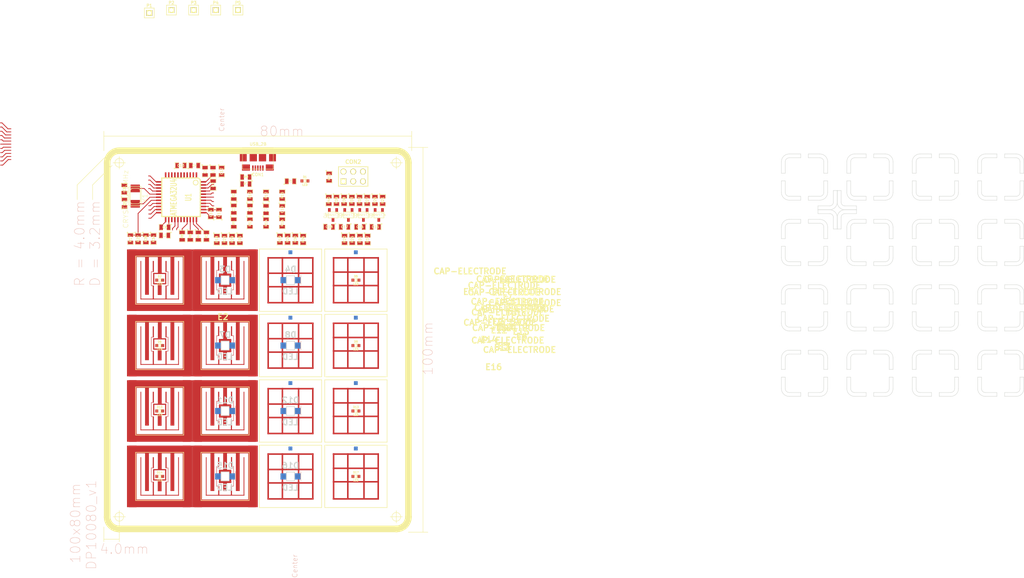
<source format=kicad_pcb>
(kicad_pcb (version 3) (host pcbnew "(2013-04-10 BZR 4088)-stable")
  (layers (15 Front signal) (0 Back signal) (18 B.Paste user) (19 F.Paste user) (20 B.SilkS user) (21 F.SilkS user) (22 B.Mask user) (23 F.Mask user) (28 Edge.Cuts user))
  (net 0 "")
  (net 1 +5V)
  (net 2 /ISP_MISO)
  (net 3 /ISP_MOSI)
  (net 4 /ISP_RST)
  (net 5 /ISP_SCK)
  (net 6 AN_1)
  (net 7 AN_2)
  (net 8 AN_3)
  (net 9 AN_4)
  (net 10 AN_5)
  (net 11 AN_6)
  (net 12 AN_7)
  (net 13 AN_8)
  (net 14 GND)
  (net 15 LED_COLUMN_1)
  (net 16 LED_COLUMN_2)
  (net 17 LED_COLUMN_3)
  (net 18 LED_COLUMN_4)
  (net 19 LED_ROW_1)
  (net 20 LED_ROW_1_SW)
  (net 21 LED_ROW_2)
  (net 22 LED_ROW_2_SW)
  (net 23 LED_ROW_3)
  (net 24 LED_ROW_3_SW)
  (net 25 LED_ROW_4)
  (net 26 LED_ROW_4_SW)
  (net 27 N-0000013)
  (net 28 N-0000014)
  (net 29 N-0000015)
  (net 30 N-0000016)
  (net 31 N-0000017)
  (net 32 N-0000020)
  (net 33 N-0000025)
  (net 34 N-0000026)
  (net 35 N-0000032)
  (net 36 N-0000033)
  (net 37 N-0000034)
  (net 38 N-0000035)
  (net 39 N-0000038)
  (net 40 N-0000039)
  (net 41 N-000005)
  (net 42 N-0000051)
  (net 43 N-0000052)
  (net 44 N-0000053)
  (net 45 N-0000054)
  (net 46 N-0000055)
  (net 47 N-0000057)
  (net 48 N-0000059)
  (net 49 N-000006)
  (net 50 N-0000060)
  (net 51 N-0000061)
  (net 52 N-0000062)
  (net 53 N-0000063)
  (net 54 N-0000064)
  (net 55 N-0000065)
  (net 56 N-0000066)
  (net 57 N-0000067)
  (net 58 N-0000068)
  (net 59 N-0000070)
  (net 60 N-0000071)
  (net 61 N-0000072)
  (net 62 N-0000073)
  (net 63 SLOPE)
  (net 64 X1)
  (net 65 X2)
  (net 66 X3)
  (net 67 X4)
  (net 68 Y1)
  (net 69 Y2)
  (net 70 Y3)
  (net 71 Y4)
  (module cap-electrode_16mm_reverseLED (layer Front) (at 130.75 135.25)
    (fp_text reference E6 (at 77.125 -2.35) (layer F.SilkS) (effects (font (thickness 0.3048))))
    (fp_text value CAP-ELECTRODE (at 71.425 -5.975) (layer F.SilkS) (effects (font (thickness 0.3048))))
    (pad 2 smd rect (at 1.675 -3.775 270) (size 2.5 0.3) (layers Front F.Paste F.Mask) (net 69 Y2))
    (pad 2 smd rect (at 1.65 3.725 270) (size 2.5 0.3) (layers Front F.Paste F.Mask) (net 69 Y2))
    (pad 2 smd rect (at 2.2 -0.025 270) (size 5 0.1) (layers Front F.Paste F.Mask) (net 69 Y2))
    (pad 2 smd rect (at 1.9 2.525 180) (size 0.7 0.1) (layers Front F.Paste F.Mask) (net 69 Y2))
    (pad 2 smd rect (at 1.9 -2.575 180) (size 0.7 0.1) (layers Front F.Paste F.Mask) (net 69 Y2))
    (pad 2 smd rect (at -1.9 -2.55) (size 0.7 0.1) (layers Front F.Paste F.Mask) (net 69 Y2))
    (pad 2 smd rect (at -1.9 2.55) (size 0.7 0.1) (layers Front F.Paste F.Mask) (net 69 Y2))
    (pad 2 smd rect (at -2.2 0 270) (size 5 0.1) (layers Front F.Paste F.Mask) (net 69 Y2))
    (pad 2 smd rect (at -1.65 3.75 270) (size 2.5 0.3) (layers Front F.Paste F.Mask) (net 69 Y2))
    (pad 1 smd rect (at 0 -3.8 270) (size 5 1) (layers Front F.Paste F.Mask) (net 65 X2))
    (pad 1 smd rect (at 0 1.475) (size 3.2 0.5) (layers Front F.Paste F.Mask) (net 65 X2))
    (pad 1 smd rect (at 1.35 0.075 270) (size 3.1 0.5) (layers Front F.Paste F.Mask) (net 65 X2))
    (pad 2 smd rect (at 0 4.9) (size 10 0.2) (layers Front F.Paste F.Mask) (net 69 Y2))
    (pad 2 smd rect (at -1.675 -3.75 270) (size 2.5 0.3) (layers Front F.Paste F.Mask) (net 69 Y2))
    (pad 2 smd rect (at 4.9 0 270) (size 10 0.2) (layers Front F.Paste F.Mask) (net 69 Y2))
    (pad 2 smd rect (at -4.9 0 270) (size 10 0.2) (layers Front F.Paste F.Mask) (net 69 Y2))
    (pad 1 smd rect (at 3.3 -1.2 270) (size 10 1) (layers Front F.Paste F.Mask) (net 65 X2))
    (pad 1 smd rect (at 0 2.55 270) (size 2.5 1) (layers Front F.Paste F.Mask) (net 65 X2))
    (pad 1 smd rect (at -3.3 -1.2 270) (size 10 1) (layers Front F.Paste F.Mask) (net 65 X2))
    (pad 1 smd rect (at 0 7 180) (size 16 2) (layers Front F.Paste F.Mask) (net 65 X2))
    (pad 1 smd rect (at 0 -7 180) (size 16 2) (layers Front F.Paste F.Mask) (net 65 X2))
    (pad 1 smd rect (at -1.35 0.025 270) (size 3.1 0.5) (layers Front F.Paste F.Mask) (net 65 X2))
    (pad 1 smd rect (at 7.25 0) (size 2.5 16) (layers Front F.Paste F.Mask) (net 65 X2))
    (pad 1 smd rect (at -7.25 0 90) (size 16 2.5) (layers Front F.Paste F.Mask) (net 65 X2))
    (pad 1 smd rect (at 0 -1.475) (size 3.2 0.5) (layers Front F.Paste F.Mask) (net 65 X2))
  )
  (module PIN_ARRAY_1 (layer Front) (at 116.8 48.05)
    (fp_text reference P2 (at 0 -1.905) (layer F.SilkS) (effects (font (size 0.762 0.762) (thickness 0.1524))))
    (fp_text value CONN_1 hide)
    (pad 1 thru_hole rect (at 0 0) (size 1.524 1.524) (drill 1.016) (layers *.Cu *.Mask F.SilkS) (net 69 Y2))
  )
  (module PIN_ARRAY_1 (layer Front) (at 122.575 48.05)
    (fp_text reference P3 (at 0 -1.905) (layer F.SilkS) (effects (font (size 0.762 0.762) (thickness 0.1524))))
    (fp_text value CONN_1 hide)
    (pad 1 thru_hole rect (at 0 0) (size 1.524 1.524) (drill 1.016) (layers *.Cu *.Mask F.SilkS) (net 70 Y3))
  )
  (module PIN_ARRAY_1 (layer Front) (at 128.325 48.05)
    (fp_text reference P4 (at 0 -1.905) (layer F.SilkS) (effects (font (size 0.762 0.762) (thickness 0.1524))))
    (fp_text value CONN_1 hide)
    (pad 1 thru_hole rect (at 0 0) (size 1.524 1.524) (drill 1.016) (layers *.Cu *.Mask F.SilkS) (net 39 N-0000038))
  )
  (module PIN_ARRAY_1 (layer Front) (at 134.1 48.05)
    (fp_text reference P5 (at 0 -1.905) (layer F.SilkS) (effects (font (size 0.762 0.762) (thickness 0.1524))))
    (fp_text value CONN_1 hide)
    (pad 1 thru_hole rect (at 0 0) (size 1.524 1.524) (drill 1.016) (layers *.Cu *.Mask F.SilkS) (net 71 Y4))
  )
  (module adafruit-NX5032 (layer Front) (at 107.4 96.4 270)
    (fp_text reference X1 (at 0.57404 -2.53492 270) (layer F.SilkS) (effects (font (size 1.27 1.27) (thickness 0.0889))))
    (fp_text value CRYSTAL_16MHz (at 0.80772 2.4638 270) (layer F.SilkS) (effects (font (size 1.27 1.27) (thickness 0.0889))))
    (pad 2 smd rect (at 1.99898 0 270) (size 1.99898 2.39776) (layers Front F.Paste F.Mask) (net 34 N-0000026))
    (pad 1 smd rect (at -1.99898 0 270) (size 1.99898 2.39776) (layers Front F.Paste F.Mask) (net 40 N-0000039))
  )
  (module MICRO-B_USB (layer Front) (at 139.275 84.975 180)
    (fp_text reference CON1 (at 0 -5.842 180) (layer F.SilkS) (effects (font (size 0.762 0.762) (thickness 0.127))))
    (fp_text value USB_2B (at -0.05 2.09 180) (layer F.SilkS) (effects (font (size 0.762 0.762) (thickness 0.127))))
    (pad 6 smd rect (at -1.19888 -1.4478 180) (size 1.89738 1.89738) (layers Front F.Paste F.Mask))
    (pad 6 smd rect (at 1.19888 -1.4478 180) (size 1.89992 1.89738) (layers Front F.Paste F.Mask))
    (pad 6 smd rect (at 3.79984 -1.4478 180) (size 1.79578 1.89738) (layers Front F.Paste F.Mask))
    (pad 6 smd rect (at -3.0988 -3.99796 180) (size 2.0955 1.59766) (layers Front F.Paste F.Mask))
    (pad 1 smd rect (at -1.29794 -4.12496 180) (size 0.39878 1.3462) (layers Front F.Paste F.Mask) (net 1 +5V) (clearance 0.2032))
    (pad 2 smd rect (at -0.6477 -4.12496 180) (size 0.39878 1.3462) (layers Front F.Paste F.Mask) (net 29 N-0000015) (clearance 0.2032))
    (pad 3 smd rect (at 0 -4.12496 180) (size 0.39878 1.3462) (layers Front F.Paste F.Mask) (net 30 N-0000016) (clearance 0.2032))
    (pad 4 smd rect (at 0.6477 -4.12496 180) (size 0.39878 1.3462) (layers Front F.Paste F.Mask) (clearance 0.2032))
    (pad 5 smd rect (at 1.29794 -4.12496 180) (size 0.39878 1.3462) (layers Front F.Paste F.Mask) (net 14 GND) (clearance 0.2032))
    (pad 6 smd rect (at 3.0988 -3.99796 180) (size 2.0955 1.59766) (layers Front F.Paste F.Mask))
    (pad 6 smd rect (at -3.79984 -1.4478 180) (size 1.79578 1.89738) (layers Front F.Paste F.Mask))
  )
  (module pin_array_3x2 (layer Front) (at 164.05 91.3)
    (fp_text reference CON2 (at 0 -3.81) (layer F.SilkS) (effects (font (size 1.016 1.016) (thickness 0.2032))))
    (fp_text value AVR-ISP-6 hide)
    (pad 1 thru_hole rect (at -2.54 1.27) (size 1.524 1.524) (drill 1.016) (layers *.Cu *.Mask F.SilkS) (net 2 /ISP_MISO))
    (pad 2 thru_hole circle (at -2.54 -1.27) (size 1.524 1.524) (drill 1.016) (layers *.Cu *.Mask F.SilkS) (net 1 +5V))
    (pad 3 thru_hole circle (at 0 1.27) (size 1.524 1.524) (drill 1.016) (layers *.Cu *.Mask F.SilkS) (net 5 /ISP_SCK))
    (pad 4 thru_hole circle (at 0 -1.27) (size 1.524 1.524) (drill 1.016) (layers *.Cu *.Mask F.SilkS) (net 3 /ISP_MOSI))
    (pad 5 thru_hole circle (at 2.54 1.27) (size 1.524 1.524) (drill 1.016) (layers *.Cu *.Mask F.SilkS) (net 4 /ISP_RST))
    (pad 6 thru_hole circle (at 2.54 -1.27) (size 1.524 1.524) (drill 1.016) (layers *.Cu *.Mask F.SilkS) (net 14 GND))
  )
  (module SM0805 (layer Front) (at 129.15 100.9 90)
    (fp_text reference C11 (at 0 0 90) (layer F.SilkS) (effects (font (size 0.635 0.635) (thickness 0.127))))
    (fp_text value 100nF hide)
    (pad 1 smd rect (at -0.9525 0 90) (size 0.889 1.397) (layers Front F.Paste F.Mask) (net 1 +5V))
    (pad 2 smd rect (at 0.9525 0 90) (size 0.889 1.397) (layers Front F.Paste F.Mask) (net 14 GND))
  )
  (module SM0805 (layer Front) (at 119.25 88.45)
    (fp_text reference C13 (at 0 0) (layer F.SilkS) (effects (font (size 0.635 0.635) (thickness 0.127))))
    (fp_text value 10nF hide)
    (pad 1 smd rect (at -0.9525 0) (size 0.889 1.397) (layers Front F.Paste F.Mask) (net 1 +5V))
    (pad 2 smd rect (at 0.9525 0) (size 0.889 1.397) (layers Front F.Paste F.Mask) (net 14 GND))
  )
  (module SM0805 (layer Front) (at 125.55 89.95 270)
    (fp_text reference C1 (at 0 0 270) (layer F.SilkS) (effects (font (size 0.635 0.635) (thickness 0.127))))
    (fp_text value 100nF hide)
    (pad 1 smd rect (at -0.9525 0 270) (size 0.889 1.397) (layers Front F.Paste F.Mask) (net 14 GND))
    (pad 2 smd rect (at 0.9525 0 270) (size 0.889 1.397) (layers Front F.Paste F.Mask) (net 41 N-000005))
  )
  (module SM0805 (layer Front) (at 133 96.2 90)
    (fp_text reference R2 (at 0 0 90) (layer F.SilkS) (effects (font (size 0.635 0.635) (thickness 0.127))))
    (fp_text value 1k hide)
    (pad 1 smd rect (at -0.9525 0 90) (size 0.889 1.397) (layers Front F.Paste F.Mask) (net 6 AN_1))
    (pad 2 smd rect (at 0.9525 0 90) (size 0.889 1.397) (layers Front F.Paste F.Mask) (net 68 Y1))
  )
  (module SM0805 (layer Front) (at 125.9 106.8 270)
    (fp_text reference R3 (at 0 0 270) (layer F.SilkS) (effects (font (size 0.635 0.635) (thickness 0.127))))
    (fp_text value 1k hide)
    (pad 1 smd rect (at -0.9525 0 270) (size 0.889 1.397) (layers Front F.Paste F.Mask) (net 38 N-0000035))
    (pad 2 smd rect (at 0.9525 0 270) (size 0.889 1.397) (layers Front F.Paste F.Mask) (net 64 X1))
  )
  (module SM0805 (layer Front) (at 122.8 88.45)
    (fp_text reference C4 (at 0 0) (layer F.SilkS) (effects (font (size 0.635 0.635) (thickness 0.127))))
    (fp_text value 1uF hide)
    (pad 1 smd rect (at -0.9525 0) (size 0.889 1.397) (layers Front F.Paste F.Mask) (net 33 N-0000025))
    (pad 2 smd rect (at 0.9525 0) (size 0.889 1.397) (layers Front F.Paste F.Mask) (net 14 GND))
  )
  (module SM0805 (layer Front) (at 129.85 89.95 270)
    (fp_text reference C12 (at 0 0 270) (layer F.SilkS) (effects (font (size 0.635 0.635) (thickness 0.127))))
    (fp_text value 100nF hide)
    (pad 1 smd rect (at -0.9525 0 270) (size 0.889 1.397) (layers Front F.Paste F.Mask) (net 1 +5V))
    (pad 2 smd rect (at 0.9525 0 270) (size 0.889 1.397) (layers Front F.Paste F.Mask) (net 14 GND))
  )
  (module SM0805 (layer Front) (at 104.6 98.25 270)
    (fp_text reference C9 (at 0 0 270) (layer F.SilkS) (effects (font (size 0.635 0.635) (thickness 0.127))))
    (fp_text value 18pF hide)
    (pad 1 smd rect (at -0.9525 0 270) (size 0.889 1.397) (layers Front F.Paste F.Mask) (net 34 N-0000026))
    (pad 2 smd rect (at 0.9525 0 270) (size 0.889 1.397) (layers Front F.Paste F.Mask) (net 14 GND))
  )
  (module SM0805 (layer Front) (at 147.75 92.55)
    (fp_text reference R1 (at 0 0) (layer F.SilkS) (effects (font (size 0.635 0.635) (thickness 0.127))))
    (fp_text value 120R hide)
    (pad 1 smd rect (at -0.9525 0) (size 0.889 1.397) (layers Front F.Paste F.Mask) (net 1 +5V))
    (pad 2 smd rect (at 0.9525 0) (size 0.889 1.397) (layers Front F.Paste F.Mask) (net 32 N-0000020))
  )
  (module SM0805 (layer Front) (at 127.6 89.95 270)
    (fp_text reference L1 (at 0 0 270) (layer F.SilkS) (effects (font (size 0.635 0.635) (thickness 0.127))))
    (fp_text value FERRITE_BEAD hide)
    (pad 1 smd rect (at -0.9525 0 270) (size 0.889 1.397) (layers Front F.Paste F.Mask) (net 1 +5V))
    (pad 2 smd rect (at 0.9525 0 270) (size 0.889 1.397) (layers Front F.Paste F.Mask) (net 41 N-000005))
  )
  (module SM0805 (layer Front) (at 141.4 99.9 270)
    (fp_text reference C7 (at 0 0 270) (layer F.SilkS) (effects (font (size 0.635 0.635) (thickness 0.127))))
    (fp_text value 4.7nF hide)
    (pad 1 smd rect (at -0.9525 0 270) (size 0.889 1.397) (layers Front F.Paste F.Mask) (net 10 AN_5))
    (pad 2 smd rect (at 0.9525 0 270) (size 0.889 1.397) (layers Front F.Paste F.Mask) (net 11 AN_6))
  )
  (module SM0805 (layer Front) (at 145.6 99.9 270)
    (fp_text reference C10 (at 0 0 270) (layer F.SilkS) (effects (font (size 0.635 0.635) (thickness 0.127))))
    (fp_text value 4.7nF hide)
    (pad 1 smd rect (at -0.9525 0 270) (size 0.889 1.397) (layers Front F.Paste F.Mask) (net 12 AN_7))
    (pad 2 smd rect (at 0.9525 0 270) (size 0.889 1.397) (layers Front F.Paste F.Mask) (net 13 AN_8))
  )
  (module SM0805 (layer Front) (at 115.05 106.6 180)
    (fp_text reference L2 (at 0 0 180) (layer F.SilkS) (effects (font (size 0.635 0.635) (thickness 0.127))))
    (fp_text value FERRITE_BEAD hide)
    (pad 1 smd rect (at -0.9525 0 180) (size 0.889 1.397) (layers Front F.Paste F.Mask) (net 1 +5V))
    (pad 2 smd rect (at 0.9525 0 180) (size 0.889 1.397) (layers Front F.Paste F.Mask) (net 49 N-000006))
  )
  (module SM0805 (layer Front) (at 157.8 104.4 180)
    (fp_text reference C18 (at 0 0 180) (layer F.SilkS) (effects (font (size 0.635 0.635) (thickness 0.127))))
    (fp_text value 1nF hide)
    (pad 1 smd rect (at -0.9525 0 180) (size 0.889 1.397) (layers Front F.Paste F.Mask) (net 26 LED_ROW_4_SW))
    (pad 2 smd rect (at 0.9525 0 180) (size 0.889 1.397) (layers Front F.Paste F.Mask) (net 14 GND))
  )
  (module SM0805 (layer Front) (at 141.4 96.2 90)
    (fp_text reference R12 (at 0 0 90) (layer F.SilkS) (effects (font (size 0.635 0.635) (thickness 0.127))))
    (fp_text value 1k hide)
    (pad 1 smd rect (at -0.9525 0 90) (size 0.889 1.397) (layers Front F.Paste F.Mask) (net 10 AN_5))
    (pad 2 smd rect (at 0.9525 0 90) (size 0.889 1.397) (layers Front F.Paste F.Mask) (net 70 Y3))
  )
  (module SM0805 (layer Front) (at 145.6 103.4 270)
    (fp_text reference R16 (at 0 0 270) (layer F.SilkS) (effects (font (size 0.635 0.635) (thickness 0.127))))
    (fp_text value 1M hide)
    (pad 1 smd rect (at -0.9525 0 270) (size 0.889 1.397) (layers Front F.Paste F.Mask) (net 13 AN_8))
    (pad 2 smd rect (at 0.9525 0 270) (size 0.889 1.397) (layers Front F.Paste F.Mask) (net 63 SLOPE))
  )
  (module SM0805 (layer Front) (at 127.05 100.9 90)
    (fp_text reference C14 (at 0 0 90) (layer F.SilkS) (effects (font (size 0.635 0.635) (thickness 0.127))))
    (fp_text value 10nF hide)
    (pad 1 smd rect (at -0.9525 0 90) (size 0.889 1.397) (layers Front F.Paste F.Mask) (net 1 +5V))
    (pad 2 smd rect (at 0.9525 0 90) (size 0.889 1.397) (layers Front F.Paste F.Mask) (net 14 GND))
  )
  (module SM0805 (layer Front) (at 137.2 103.4 270)
    (fp_text reference R11 (at 0 0 270) (layer F.SilkS) (effects (font (size 0.635 0.635) (thickness 0.127))))
    (fp_text value 1M hide)
    (pad 1 smd rect (at -0.9525 0 270) (size 0.889 1.397) (layers Front F.Paste F.Mask) (net 9 AN_4))
    (pad 2 smd rect (at 0.9525 0 270) (size 0.889 1.397) (layers Front F.Paste F.Mask) (net 63 SLOPE))
  )
  (module SM0805 (layer Front) (at 145.6 96.2 90)
    (fp_text reference R15 (at 0 0 90) (layer F.SilkS) (effects (font (size 0.635 0.635) (thickness 0.127))))
    (fp_text value 1k hide)
    (pad 1 smd rect (at -0.9525 0 90) (size 0.889 1.397) (layers Front F.Paste F.Mask) (net 12 AN_7))
    (pad 2 smd rect (at 0.9525 0 90) (size 0.889 1.397) (layers Front F.Paste F.Mask) (net 71 Y4))
  )
  (module SM0805 (layer Front) (at 169.8 104.4 180)
    (fp_text reference C15 (at 0 0 180) (layer F.SilkS) (effects (font (size 0.635 0.635) (thickness 0.127))))
    (fp_text value 1nF hide)
    (pad 1 smd rect (at -0.9525 0 180) (size 0.889 1.397) (layers Front F.Paste F.Mask) (net 20 LED_ROW_1_SW))
    (pad 2 smd rect (at 0.9525 0 180) (size 0.889 1.397) (layers Front F.Paste F.Mask) (net 14 GND))
  )
  (module SM0805 (layer Front) (at 136.15 91.45 180)
    (fp_text reference R9 (at 0 0 180) (layer F.SilkS) (effects (font (size 0.635 0.635) (thickness 0.127))))
    (fp_text value 22R hide)
    (pad 1 smd rect (at -0.9525 0 180) (size 0.889 1.397) (layers Front F.Paste F.Mask) (net 30 N-0000016))
    (pad 2 smd rect (at 0.9525 0 180) (size 0.889 1.397) (layers Front F.Paste F.Mask) (net 28 N-0000014))
  )
  (module SM0805 (layer Front) (at 157.8 91.45 270)
    (fp_text reference R13 (at 0 0 270) (layer F.SilkS) (effects (font (size 0.635 0.635) (thickness 0.127))))
    (fp_text value 10k hide)
    (pad 1 smd rect (at -0.9525 0 270) (size 0.889 1.397) (layers Front F.Paste F.Mask) (net 1 +5V))
    (pad 2 smd rect (at 0.9525 0 270) (size 0.889 1.397) (layers Front F.Paste F.Mask) (net 4 /ISP_RST))
  )
  (module SM0805 (layer Front) (at 165.8 104.4 180)
    (fp_text reference C16 (at 0 0 180) (layer F.SilkS) (effects (font (size 0.635 0.635) (thickness 0.127))))
    (fp_text value 1nF hide)
    (pad 1 smd rect (at -0.9525 0 180) (size 0.889 1.397) (layers Front F.Paste F.Mask) (net 22 LED_ROW_2_SW))
    (pad 2 smd rect (at 0.9525 0 180) (size 0.889 1.397) (layers Front F.Paste F.Mask) (net 14 GND))
  )
  (module SM0805 (layer Front) (at 137.2 96.2 90)
    (fp_text reference R10 (at 0 0 90) (layer F.SilkS) (effects (font (size 0.635 0.635) (thickness 0.127))))
    (fp_text value 1k hide)
    (pad 1 smd rect (at -0.9525 0 90) (size 0.889 1.397) (layers Front F.Paste F.Mask) (net 8 AN_3))
    (pad 2 smd rect (at 0.9525 0 90) (size 0.889 1.397) (layers Front F.Paste F.Mask) (net 69 Y2))
  )
  (module SM0805 (layer Front) (at 141.4 103.4 270)
    (fp_text reference R14 (at 0 0 270) (layer F.SilkS) (effects (font (size 0.635 0.635) (thickness 0.127))))
    (fp_text value 1M hide)
    (pad 1 smd rect (at -0.9525 0 270) (size 0.889 1.397) (layers Front F.Paste F.Mask) (net 11 AN_6))
    (pad 2 smd rect (at 0.9525 0 270) (size 0.889 1.397) (layers Front F.Paste F.Mask) (net 63 SLOPE))
  )
  (module SM0805 (layer Front) (at 161.8 104.4 180)
    (fp_text reference C17 (at 0 0 180) (layer F.SilkS) (effects (font (size 0.635 0.635) (thickness 0.127))))
    (fp_text value 1nF hide)
    (pad 1 smd rect (at -0.9525 0 180) (size 0.889 1.397) (layers Front F.Paste F.Mask) (net 24 LED_ROW_3_SW))
    (pad 2 smd rect (at 0.9525 0 180) (size 0.889 1.397) (layers Front F.Paste F.Mask) (net 14 GND))
  )
  (module SM0805 (layer Front) (at 130.59 107.65 270)
    (fp_text reference R23 (at 0 0 270) (layer F.SilkS) (effects (font (size 0.635 0.635) (thickness 0.127))))
    (fp_text value 120R hide)
    (pad 1 smd rect (at -0.9525 0 270) (size 0.889 1.397) (layers Front F.Paste F.Mask) (net 16 LED_COLUMN_2))
    (pad 2 smd rect (at 0.9525 0 270) (size 0.889 1.397) (layers Front F.Paste F.Mask) (net 59 N-0000070))
  )
  (module SM0805 (layer Front) (at 161.8 107.65 270)
    (fp_text reference R20 (at 0 0 270) (layer F.SilkS) (effects (font (size 0.635 0.635) (thickness 0.127))))
    (fp_text value 120R hide)
    (pad 1 smd rect (at -0.9525 0 270) (size 0.889 1.397) (layers Front F.Paste F.Mask) (net 18 LED_COLUMN_4))
    (pad 2 smd rect (at 0.9525 0 270) (size 0.889 1.397) (layers Front F.Paste F.Mask) (net 61 N-0000072))
  )
  (module SM0805 (layer Front) (at 147 107.6 270)
    (fp_text reference R24 (at 0 0 270) (layer F.SilkS) (effects (font (size 0.635 0.635) (thickness 0.127))))
    (fp_text value 120R hide)
    (pad 1 smd rect (at -0.9525 0 270) (size 0.889 1.397) (layers Front F.Paste F.Mask) (net 17 LED_COLUMN_3))
    (pad 2 smd rect (at 0.9525 0 270) (size 0.889 1.397) (layers Front F.Paste F.Mask) (net 55 N-0000065))
  )
  (module SM0805 (layer Front) (at 128.59 107.65 270)
    (fp_text reference R18 (at 0 0 270) (layer F.SilkS) (effects (font (size 0.635 0.635) (thickness 0.127))))
    (fp_text value 120R hide)
    (pad 1 smd rect (at -0.9525 0 270) (size 0.889 1.397) (layers Front F.Paste F.Mask) (net 16 LED_COLUMN_2))
    (pad 2 smd rect (at 0.9525 0 270) (size 0.889 1.397) (layers Front F.Paste F.Mask) (net 57 N-0000067))
  )
  (module SM0805 (layer Front) (at 108.15 107.5 270)
    (fp_text reference R22 (at 0 0 270) (layer F.SilkS) (effects (font (size 0.635 0.635) (thickness 0.127))))
    (fp_text value 120R hide)
    (pad 1 smd rect (at -0.9525 0 270) (size 0.889 1.397) (layers Front F.Paste F.Mask) (net 15 LED_COLUMN_1))
    (pad 2 smd rect (at 0.9525 0 270) (size 0.889 1.397) (layers Front F.Paste F.Mask) (net 60 N-0000071))
  )
  (module SM0805 (layer Front) (at 106.15 107.5 270)
    (fp_text reference R17 (at 0 0 270) (layer F.SilkS) (effects (font (size 0.635 0.635) (thickness 0.127))))
    (fp_text value 120R hide)
    (pad 1 smd rect (at -0.9525 0 270) (size 0.889 1.397) (layers Front F.Paste F.Mask) (net 15 LED_COLUMN_1))
    (pad 2 smd rect (at 0.9525 0 270) (size 0.889 1.397) (layers Front F.Paste F.Mask) (net 58 N-0000068))
  )
  (module SM0805 (layer Front) (at 171.7 97.5 270)
    (fp_text reference R21 (at 0 0 270) (layer F.SilkS) (effects (font (size 0.635 0.635) (thickness 0.127))))
    (fp_text value 22R hide)
    (pad 1 smd rect (at -0.9525 0 270) (size 0.889 1.397) (layers Front F.Paste F.Mask) (net 19 LED_ROW_1))
    (pad 2 smd rect (at 0.9525 0 270) (size 0.889 1.397) (layers Front F.Paste F.Mask) (net 44 N-0000053))
  )
  (module SM0805 (layer Front) (at 145 107.6 270)
    (fp_text reference R19 (at 0 0 270) (layer F.SilkS) (effects (font (size 0.635 0.635) (thickness 0.127))))
    (fp_text value 120R hide)
    (pad 1 smd rect (at -0.9525 0 270) (size 0.889 1.397) (layers Front F.Paste F.Mask) (net 17 LED_COLUMN_3))
    (pad 2 smd rect (at 0.9525 0 270) (size 0.889 1.397) (layers Front F.Paste F.Mask) (net 62 N-0000073))
  )
  (module SM0805 (layer Front) (at 123.8 106.8 270)
    (fp_text reference R4 (at 0 0 270) (layer F.SilkS) (effects (font (size 0.635 0.635) (thickness 0.127))))
    (fp_text value 1k hide)
    (pad 1 smd rect (at -0.9525 0 270) (size 0.889 1.397) (layers Front F.Paste F.Mask) (net 37 N-0000034))
    (pad 2 smd rect (at 0.9525 0 270) (size 0.889 1.397) (layers Front F.Paste F.Mask) (net 65 X2))
  )
  (module SM0805 (layer Front) (at 127.65 93.45 270)
    (fp_text reference C2 (at 0 0 270) (layer F.SilkS) (effects (font (size 0.635 0.635) (thickness 0.127))))
    (fp_text value 100nF hide)
    (pad 1 smd rect (at -0.9525 0 270) (size 0.889 1.397) (layers Front F.Paste F.Mask) (net 14 GND))
    (pad 2 smd rect (at 0.9525 0 270) (size 0.889 1.397) (layers Front F.Paste F.Mask) (net 27 N-0000013))
  )
  (module SOT23-NX7002AK (layer Front) (at 170.7 101.3 180)
    (fp_text reference Q1 (at 1.99898 -0.09906 270) (layer F.SilkS) (effects (font (size 0.762 0.762) (thickness 0.0762))))
    (fp_text value MOSFET_N (at 0.0635 0 180) (layer F.SilkS) (effects (font (size 0.50038 0.50038) (thickness 0.0762))))
    (pad D smd rect (at 0 -1.27 180) (size 0.70104 1.00076) (layers Front F.Paste F.Mask) (net 20 LED_ROW_1_SW))
    (pad S smd rect (at 0.9525 1.27 180) (size 0.70104 1.00076) (layers Front F.Paste F.Mask) (net 14 GND))
    (pad G smd rect (at -0.9525 1.27 180) (size 0.70104 1.00076) (layers Front F.Paste F.Mask) (net 44 N-0000053))
  )
  (module SOT23-NX7002AK (layer Front) (at 166.7 101.3 180)
    (fp_text reference Q2 (at 1.99898 -0.09906 270) (layer F.SilkS) (effects (font (size 0.762 0.762) (thickness 0.0762))))
    (fp_text value MOSFET_N (at 0.0635 0 180) (layer F.SilkS) (effects (font (size 0.50038 0.50038) (thickness 0.0762))))
    (pad D smd rect (at 0 -1.27 180) (size 0.70104 1.00076) (layers Front F.Paste F.Mask) (net 22 LED_ROW_2_SW))
    (pad S smd rect (at 0.9525 1.27 180) (size 0.70104 1.00076) (layers Front F.Paste F.Mask) (net 14 GND))
    (pad G smd rect (at -0.9525 1.27 180) (size 0.70104 1.00076) (layers Front F.Paste F.Mask) (net 43 N-0000052))
  )
  (module SOT23-NX7002AK (layer Front) (at 158.8 101.3 180)
    (fp_text reference Q4 (at 1.99898 -0.09906 270) (layer F.SilkS) (effects (font (size 0.762 0.762) (thickness 0.0762))))
    (fp_text value MOSFET_N (at 0.0635 0 180) (layer F.SilkS) (effects (font (size 0.50038 0.50038) (thickness 0.0762))))
    (pad D smd rect (at 0 -1.27 180) (size 0.70104 1.00076) (layers Front F.Paste F.Mask) (net 26 LED_ROW_4_SW))
    (pad S smd rect (at 0.9525 1.27 180) (size 0.70104 1.00076) (layers Front F.Paste F.Mask) (net 14 GND))
    (pad G smd rect (at -0.9525 1.27 180) (size 0.70104 1.00076) (layers Front F.Paste F.Mask) (net 56 N-0000066))
  )
  (module SOT23-NX7002AK (layer Front) (at 162.8 101.3 180)
    (fp_text reference Q3 (at 1.99898 -0.09906 270) (layer F.SilkS) (effects (font (size 0.762 0.762) (thickness 0.0762))))
    (fp_text value MOSFET_N (at 0.0635 0 180) (layer F.SilkS) (effects (font (size 0.50038 0.50038) (thickness 0.0762))))
    (pad D smd rect (at 0 -1.27 180) (size 0.70104 1.00076) (layers Front F.Paste F.Mask) (net 24 LED_ROW_3_SW))
    (pad S smd rect (at 0.9525 1.27 180) (size 0.70104 1.00076) (layers Front F.Paste F.Mask) (net 14 GND))
    (pad G smd rect (at -0.9525 1.27 180) (size 0.70104 1.00076) (layers Front F.Paste F.Mask) (net 54 N-0000064))
  )
  (module TQFP44 (layer Front) (at 119.3 96.7 270)
    (fp_text reference U1 (at 0 -1.905 270) (layer F.SilkS) (effects (font (size 1.524 1.016) (thickness 0.2032))))
    (fp_text value ATMEGA32U4 (at 0 1.905 270) (layer F.SilkS) (effects (font (size 1.524 1.016) (thickness 0.2032))))
    (pad 39 smd rect (at 0 -5.715 270) (size 0.4064 1.524) (layers Front F.Paste F.Mask) (net 8 AN_3))
    (pad 40 smd rect (at -0.8001 -5.715 270) (size 0.4064 1.524) (layers Front F.Paste F.Mask) (net 7 AN_2))
    (pad 41 smd rect (at -1.6002 -5.715 270) (size 0.4064 1.524) (layers Front F.Paste F.Mask) (net 6 AN_1))
    (pad 42 smd rect (at -2.4003 -5.715 270) (size 0.4064 1.524) (layers Front F.Paste F.Mask) (net 27 N-0000013))
    (pad 43 smd rect (at -3.2004 -5.715 270) (size 0.4064 1.524) (layers Front F.Paste F.Mask) (net 14 GND))
    (pad 44 smd rect (at -4.0005 -5.715 270) (size 0.4064 1.524) (layers Front F.Paste F.Mask) (net 41 N-000005))
    (pad 38 smd rect (at 0.8001 -5.715 270) (size 0.4064 1.524) (layers Front F.Paste F.Mask) (net 9 AN_4))
    (pad 37 smd rect (at 1.6002 -5.715 270) (size 0.4064 1.524) (layers Front F.Paste F.Mask) (net 10 AN_5))
    (pad 36 smd rect (at 2.4003 -5.715 270) (size 0.4064 1.524) (layers Front F.Paste F.Mask) (net 11 AN_6))
    (pad 35 smd rect (at 3.2004 -5.715 270) (size 0.4064 1.524) (layers Front F.Paste F.Mask) (net 14 GND))
    (pad 34 smd rect (at 4.0005 -5.715 270) (size 0.4064 1.524) (layers Front F.Paste F.Mask) (net 1 +5V))
    (pad 17 smd rect (at 0 5.715 270) (size 0.4064 1.524) (layers Front F.Paste F.Mask) (net 34 N-0000026))
    (pad 16 smd rect (at -0.8001 5.715 270) (size 0.4064 1.524) (layers Front F.Paste F.Mask) (net 40 N-0000039))
    (pad 15 smd rect (at -1.6002 5.715 270) (size 0.4064 1.524) (layers Front F.Paste F.Mask) (net 14 GND))
    (pad 14 smd rect (at -2.4003 5.715 270) (size 0.4064 1.524) (layers Front F.Paste F.Mask) (net 1 +5V))
    (pad 13 smd rect (at -3.2004 5.715 270) (size 0.4064 1.524) (layers Front F.Paste F.Mask) (net 4 /ISP_RST))
    (pad 12 smd rect (at -4.0005 5.715 270) (size 0.4064 1.524) (layers Front F.Paste F.Mask) (net 63 SLOPE))
    (pad 18 smd rect (at 0.8001 5.715 270) (size 0.4064 1.524) (layers Front F.Paste F.Mask) (net 15 LED_COLUMN_1))
    (pad 19 smd rect (at 1.6002 5.715 270) (size 0.4064 1.524) (layers Front F.Paste F.Mask) (net 16 LED_COLUMN_2))
    (pad 20 smd rect (at 2.4003 5.715 270) (size 0.4064 1.524) (layers Front F.Paste F.Mask) (net 17 LED_COLUMN_3))
    (pad 21 smd rect (at 3.2004 5.715 270) (size 0.4064 1.524) (layers Front F.Paste F.Mask) (net 18 LED_COLUMN_4))
    (pad 22 smd rect (at 4.0005 5.715 270) (size 0.4064 1.524) (layers Front F.Paste F.Mask) (net 21 LED_ROW_2))
    (pad 6 smd rect (at -5.715 0 270) (size 1.524 0.4064) (layers Front F.Paste F.Mask) (net 33 N-0000025))
    (pad 28 smd rect (at 5.715 0 270) (size 1.524 0.4064) (layers Front F.Paste F.Mask) (net 12 AN_7))
    (pad 7 smd rect (at -5.715 0.8001 270) (size 1.524 0.4064) (layers Front F.Paste F.Mask) (net 1 +5V))
    (pad 27 smd rect (at 5.715 0.8001 270) (size 1.524 0.4064) (layers Front F.Paste F.Mask) (net 25 LED_ROW_4))
    (pad 26 smd rect (at 5.715 1.6002 270) (size 1.524 0.4064) (layers Front F.Paste F.Mask) (net 23 LED_ROW_3))
    (pad 8 smd rect (at -5.715 1.6002 270) (size 1.524 0.4064) (layers Front F.Paste F.Mask) (net 39 N-0000038))
    (pad 9 smd rect (at -5.715 2.4003 270) (size 1.524 0.4064) (layers Front F.Paste F.Mask) (net 5 /ISP_SCK))
    (pad 25 smd rect (at 5.715 2.4003 270) (size 1.524 0.4064) (layers Front F.Paste F.Mask) (net 19 LED_ROW_1))
    (pad 24 smd rect (at 5.715 3.2004 270) (size 1.524 0.4064) (layers Front F.Paste F.Mask) (net 49 N-000006))
    (pad 10 smd rect (at -5.715 3.2004 270) (size 1.524 0.4064) (layers Front F.Paste F.Mask) (net 3 /ISP_MOSI))
    (pad 11 smd rect (at -5.715 4.0005 270) (size 1.524 0.4064) (layers Front F.Paste F.Mask) (net 2 /ISP_MISO))
    (pad 23 smd rect (at 5.715 4.0005 270) (size 1.524 0.4064) (layers Front F.Paste F.Mask) (net 14 GND))
    (pad 29 smd rect (at 5.715 -0.8001 270) (size 1.524 0.4064) (layers Front F.Paste F.Mask) (net 13 AN_8))
    (pad 5 smd rect (at -5.715 -0.8001 270) (size 1.524 0.4064) (layers Front F.Paste F.Mask) (net 14 GND))
    (pad 4 smd rect (at -5.715 -1.6002 270) (size 1.524 0.4064) (layers Front F.Paste F.Mask) (net 28 N-0000014))
    (pad 30 smd rect (at 5.715 -1.6002 270) (size 1.524 0.4064) (layers Front F.Paste F.Mask) (net 35 N-0000032))
    (pad 31 smd rect (at 5.715 -2.4003 270) (size 1.524 0.4064) (layers Front F.Paste F.Mask) (net 36 N-0000033))
    (pad 3 smd rect (at -5.715 -2.4003 270) (size 1.524 0.4064) (layers Front F.Paste F.Mask) (net 31 N-0000017))
    (pad 2 smd rect (at -5.715 -3.2004 270) (size 1.524 0.4064) (layers Front F.Paste F.Mask) (net 1 +5V))
    (pad 32 smd rect (at 5.715 -3.2004 270) (size 1.524 0.4064) (layers Front F.Paste F.Mask) (net 37 N-0000034))
    (pad 33 smd rect (at 5.715 -4.0005 270) (size 1.524 0.4064) (layers Front F.Paste F.Mask) (net 38 N-0000035))
    (pad 1 smd rect (at -5.715 -4.0005 270) (size 1.524 0.4064) (layers Front F.Paste F.Mask) (net 14 GND))
  )
  (module SM0805 (layer Front) (at 167.7 97.5 270)
    (fp_text reference R27 (at 0 0 270) (layer F.SilkS) (effects (font (size 0.635 0.635) (thickness 0.127))))
    (fp_text value 22R hide)
    (pad 1 smd rect (at -0.9525 0 270) (size 0.889 1.397) (layers Front F.Paste F.Mask) (net 21 LED_ROW_2))
    (pad 2 smd rect (at 0.9525 0 270) (size 0.889 1.397) (layers Front F.Paste F.Mask) (net 43 N-0000052))
  )
  (module SM0805 (layer Front) (at 112.15 107.5 270)
    (fp_text reference R34 (at 0 0 270) (layer F.SilkS) (effects (font (size 0.635 0.635) (thickness 0.127))))
    (fp_text value 120R hide)
    (pad 1 smd rect (at -0.9525 0 270) (size 0.889 1.397) (layers Front F.Paste F.Mask) (net 15 LED_COLUMN_1))
    (pad 2 smd rect (at 0.9525 0 270) (size 0.889 1.397) (layers Front F.Paste F.Mask) (net 50 N-0000060))
  )
  (module SM0805 (layer Front) (at 165.8 107.65 270)
    (fp_text reference R31 (at 0 0 270) (layer F.SilkS) (effects (font (size 0.635 0.635) (thickness 0.127))))
    (fp_text value 120R hide)
    (pad 1 smd rect (at -0.9525 0 270) (size 0.889 1.397) (layers Front F.Paste F.Mask) (net 18 LED_COLUMN_4))
    (pad 2 smd rect (at 0.9525 0 270) (size 0.889 1.397) (layers Front F.Paste F.Mask) (net 52 N-0000062))
  )
  (module SM0805 (layer Front) (at 134.59 107.65 270)
    (fp_text reference R35 (at 0 0 270) (layer F.SilkS) (effects (font (size 0.635 0.635) (thickness 0.127))))
    (fp_text value 120R hide)
    (pad 1 smd rect (at -0.9525 0 270) (size 0.889 1.397) (layers Front F.Paste F.Mask) (net 16 LED_COLUMN_2))
    (pad 2 smd rect (at 0.9525 0 270) (size 0.889 1.397) (layers Front F.Paste F.Mask) (net 48 N-0000059))
  )
  (module SM0805 (layer Front) (at 149 107.6 270)
    (fp_text reference R30 (at 0 0 270) (layer F.SilkS) (effects (font (size 0.635 0.635) (thickness 0.127))))
    (fp_text value 120R hide)
    (pad 1 smd rect (at -0.9525 0 270) (size 0.889 1.397) (layers Front F.Paste F.Mask) (net 17 LED_COLUMN_3))
    (pad 2 smd rect (at 0.9525 0 270) (size 0.889 1.397) (layers Front F.Paste F.Mask) (net 53 N-0000063))
  )
  (module SM0805 (layer Front) (at 132.59 107.65 270)
    (fp_text reference R29 (at 0 0 270) (layer F.SilkS) (effects (font (size 0.635 0.635) (thickness 0.127))))
    (fp_text value 120R hide)
    (pad 1 smd rect (at -0.9525 0 270) (size 0.889 1.397) (layers Front F.Paste F.Mask) (net 16 LED_COLUMN_2))
    (pad 2 smd rect (at 0.9525 0 270) (size 0.889 1.397) (layers Front F.Paste F.Mask) (net 45 N-0000054))
  )
  (module SM0805 (layer Front) (at 110.15 107.5 270)
    (fp_text reference R28 (at 0 0 270) (layer F.SilkS) (effects (font (size 0.635 0.635) (thickness 0.127))))
    (fp_text value 120R hide)
    (pad 1 smd rect (at -0.9525 0 270) (size 0.889 1.397) (layers Front F.Paste F.Mask) (net 15 LED_COLUMN_1))
    (pad 2 smd rect (at 0.9525 0 270) (size 0.889 1.397) (layers Front F.Paste F.Mask) (net 46 N-0000055))
  )
  (module SM0805 (layer Front) (at 151.05 107.65 270)
    (fp_text reference R36 (at 0 0 270) (layer F.SilkS) (effects (font (size 0.635 0.635) (thickness 0.127))))
    (fp_text value 120R hide)
    (pad 1 smd rect (at -0.9525 0 270) (size 0.889 1.397) (layers Front F.Paste F.Mask) (net 17 LED_COLUMN_3))
    (pad 2 smd rect (at 0.9525 0 270) (size 0.889 1.397) (layers Front F.Paste F.Mask) (net 51 N-0000061))
  )
  (module SM0805 (layer Front) (at 163.8 107.65 270)
    (fp_text reference R25 (at 0 0 270) (layer F.SilkS) (effects (font (size 0.635 0.635) (thickness 0.127))))
    (fp_text value 120R hide)
    (pad 1 smd rect (at -0.9525 0 270) (size 0.889 1.397) (layers Front F.Paste F.Mask) (net 18 LED_COLUMN_4))
    (pad 2 smd rect (at 0.9525 0 270) (size 0.889 1.397) (layers Front F.Paste F.Mask) (net 47 N-0000057))
  )
  (module SM0805 (layer Front) (at 167.8 107.65 270)
    (fp_text reference R37 (at 0 0 270) (layer F.SilkS) (effects (font (size 0.635 0.635) (thickness 0.127))))
    (fp_text value 120R hide)
    (pad 1 smd rect (at -0.9525 0 270) (size 0.889 1.397) (layers Front F.Paste F.Mask) (net 18 LED_COLUMN_4))
    (pad 2 smd rect (at 0.9525 0 270) (size 0.889 1.397) (layers Front F.Paste F.Mask) (net 42 N-0000051))
  )
  (module SM0805 (layer Front) (at 169.7 97.5 270)
    (fp_text reference R26 (at 0 0 270) (layer F.SilkS) (effects (font (size 0.635 0.635) (thickness 0.127))))
    (fp_text value 4k7 hide)
    (pad 1 smd rect (at -0.9525 0 270) (size 0.889 1.397) (layers Front F.Paste F.Mask) (net 14 GND))
    (pad 2 smd rect (at 0.9525 0 270) (size 0.889 1.397) (layers Front F.Paste F.Mask) (net 44 N-0000053))
  )
  (module SM0805 (layer Front) (at 165.7 97.5 270)
    (fp_text reference R32 (at 0 0 270) (layer F.SilkS) (effects (font (size 0.635 0.635) (thickness 0.127))))
    (fp_text value 4k7 hide)
    (pad 1 smd rect (at -0.9525 0 270) (size 0.889 1.397) (layers Front F.Paste F.Mask) (net 14 GND))
    (pad 2 smd rect (at 0.9525 0 270) (size 0.889 1.397) (layers Front F.Paste F.Mask) (net 43 N-0000052))
  )
  (module SM0805 (layer Front) (at 163.7 97.5 270)
    (fp_text reference R33 (at 0 0 270) (layer F.SilkS) (effects (font (size 0.635 0.635) (thickness 0.127))))
    (fp_text value 22R hide)
    (pad 1 smd rect (at -0.9525 0 270) (size 0.889 1.397) (layers Front F.Paste F.Mask) (net 23 LED_ROW_3))
    (pad 2 smd rect (at 0.9525 0 270) (size 0.889 1.397) (layers Front F.Paste F.Mask) (net 54 N-0000064))
  )
  (module SM0805 (layer Front) (at 161.7 97.5 270)
    (fp_text reference R38 (at 0 0 270) (layer F.SilkS) (effects (font (size 0.635 0.635) (thickness 0.127))))
    (fp_text value 4k7 hide)
    (pad 1 smd rect (at -0.9525 0 270) (size 0.889 1.397) (layers Front F.Paste F.Mask) (net 14 GND))
    (pad 2 smd rect (at 0.9525 0 270) (size 0.889 1.397) (layers Front F.Paste F.Mask) (net 54 N-0000064))
  )
  (module SM0805 (layer Front) (at 159.7 97.5 270)
    (fp_text reference R39 (at 0 0 270) (layer F.SilkS) (effects (font (size 0.635 0.635) (thickness 0.127))))
    (fp_text value 22R hide)
    (pad 1 smd rect (at -0.9525 0 270) (size 0.889 1.397) (layers Front F.Paste F.Mask) (net 25 LED_ROW_4))
    (pad 2 smd rect (at 0.9525 0 270) (size 0.889 1.397) (layers Front F.Paste F.Mask) (net 56 N-0000066))
  )
  (module SM0805 (layer Front) (at 157.7 97.5 270)
    (fp_text reference R40 (at 0 0 270) (layer F.SilkS) (effects (font (size 0.635 0.635) (thickness 0.127))))
    (fp_text value 4k7 hide)
    (pad 1 smd rect (at -0.9525 0 270) (size 0.889 1.397) (layers Front F.Paste F.Mask) (net 14 GND))
    (pad 2 smd rect (at 0.9525 0 270) (size 0.889 1.397) (layers Front F.Paste F.Mask) (net 56 N-0000066))
  )
  (module SM0805 (layer Front) (at 136.15 93.25 180)
    (fp_text reference R7 (at 0 0 180) (layer F.SilkS) (effects (font (size 0.635 0.635) (thickness 0.127))))
    (fp_text value 22R hide)
    (pad 1 smd rect (at -0.9525 0 180) (size 0.889 1.397) (layers Front F.Paste F.Mask) (net 29 N-0000015))
    (pad 2 smd rect (at 0.9525 0 180) (size 0.889 1.397) (layers Front F.Paste F.Mask) (net 31 N-0000017))
  )
  (module SM0805 (layer Front) (at 119.6 106.8 270)
    (fp_text reference R8 (at 0 0 270) (layer F.SilkS) (effects (font (size 0.635 0.635) (thickness 0.127))))
    (fp_text value 1k hide)
    (pad 1 smd rect (at -0.9525 0 270) (size 0.889 1.397) (layers Front F.Paste F.Mask) (net 35 N-0000032))
    (pad 2 smd rect (at 0.9525 0 270) (size 0.889 1.397) (layers Front F.Paste F.Mask) (net 67 X4))
  )
  (module SM0805 (layer Front) (at 121.7 106.8 270)
    (fp_text reference R6 (at 0 0 270) (layer F.SilkS) (effects (font (size 0.635 0.635) (thickness 0.127))))
    (fp_text value 1k hide)
    (pad 1 smd rect (at -0.9525 0 270) (size 0.889 1.397) (layers Front F.Paste F.Mask) (net 36 N-0000033))
    (pad 2 smd rect (at 0.9525 0 270) (size 0.889 1.397) (layers Front F.Paste F.Mask) (net 66 X3))
  )
  (module SM0805 (layer Front) (at 133 99.8 270)
    (fp_text reference C3 (at 0 0 270) (layer F.SilkS) (effects (font (size 0.635 0.635) (thickness 0.127))))
    (fp_text value 4.7nF hide)
    (pad 1 smd rect (at -0.9525 0 270) (size 0.889 1.397) (layers Front F.Paste F.Mask) (net 6 AN_1))
    (pad 2 smd rect (at 0.9525 0 270) (size 0.889 1.397) (layers Front F.Paste F.Mask) (net 7 AN_2))
  )
  (module SM0805 (layer Front) (at 133 103.4 270)
    (fp_text reference R5 (at 0 0 270) (layer F.SilkS) (effects (font (size 0.635 0.635) (thickness 0.127))))
    (fp_text value 1M hide)
    (pad 1 smd rect (at -0.9525 0 270) (size 0.889 1.397) (layers Front F.Paste F.Mask) (net 7 AN_2))
    (pad 2 smd rect (at 0.9525 0 270) (size 0.889 1.397) (layers Front F.Paste F.Mask) (net 63 SLOPE))
  )
  (module SM0805 (layer Front) (at 137.2 99.8 270)
    (fp_text reference C5 (at 0 0 270) (layer F.SilkS) (effects (font (size 0.635 0.635) (thickness 0.127))))
    (fp_text value 4.7nF hide)
    (pad 1 smd rect (at -0.9525 0 270) (size 0.889 1.397) (layers Front F.Paste F.Mask) (net 8 AN_3))
    (pad 2 smd rect (at 0.9525 0 270) (size 0.889 1.397) (layers Front F.Paste F.Mask) (net 9 AN_4))
  )
  (module SM0805 (layer Front) (at 115.1 104.5 180)
    (fp_text reference C6 (at 0 0 180) (layer F.SilkS) (effects (font (size 0.635 0.635) (thickness 0.127))))
    (fp_text value 100nF hide)
    (pad 1 smd rect (at -0.9525 0 180) (size 0.889 1.397) (layers Front F.Paste F.Mask) (net 49 N-000006))
    (pad 2 smd rect (at 0.9525 0 180) (size 0.889 1.397) (layers Front F.Paste F.Mask) (net 14 GND))
  )
  (module SM0805 (layer Front) (at 104.55 94.55 90)
    (fp_text reference C8 (at 0 0 90) (layer F.SilkS) (effects (font (size 0.635 0.635) (thickness 0.127))))
    (fp_text value 18pF hide)
    (pad 1 smd rect (at -0.9525 0 90) (size 0.889 1.397) (layers Front F.Paste F.Mask) (net 40 N-0000039))
    (pad 2 smd rect (at 0.9525 0 90) (size 0.889 1.397) (layers Front F.Paste F.Mask) (net 14 GND))
  )
  (module PIN_ARRAY_1 (layer Front) (at 111.05 48.8)
    (fp_text reference P1 (at 0 -1.905) (layer F.SilkS) (effects (font (size 0.762 0.762) (thickness 0.1524))))
    (fp_text value CONN_1 hide)
    (pad 1 thru_hole rect (at 0 0) (size 1.524 1.524) (drill 1.016) (layers *.Cu *.Mask F.SilkS) (net 68 Y1))
  )
  (module dp_pcb-DP10080_V1 (layer Front) (at 99.25 83.75 270)
    (fp_text reference DP10080_v1 (at 98.1 3.25 270) (layer B.SilkS) (effects (font (size 2.54 2.54) (thickness 0.0889))))
    (fp_text value 100x80mm (at 97.7 7.4 270) (layer B.SilkS) (effects (font (size 2.54 2.54) (thickness 0.0889))))
    (fp_text user "D = 3.2mm" (at 24.99868 2.30378 270) (layer B.SilkS) (effects (font (size 2.54 2.54) (thickness 0.0889))))
    (fp_text user 4.0mm (at 104.3686 -5.31368 360) (layer B.SilkS) (effects (font (size 2.54 2.54) (thickness 0.0889))))
    (fp_text user "R = 4.0mm" (at 24.99868 6.30428 270) (layer B.SilkS) (effects (font (size 2.54 2.54) (thickness 0.0889))))
    (fp_text user 100mm (at 52.3 -84.2 270) (layer B.SilkS) (effects (font (size 2.54 2.54) (thickness 0.0889))))
    (fp_text user 80mm (at -4.2 -46.25 360) (layer B.SilkS) (effects (font (size 2.54 2.54) (thickness 0.0889))))
    (fp_text user Center (at 108.80852 -49.63414 270) (layer B.SilkS) (effects (font (size 1.27 1.27) (thickness 0.0889))))
    (fp_text user Center (at -7.1882 -30.63494 270) (layer B.SilkS) (effects (font (size 1.27 1.27) (thickness 0.0889))))
  )
  (module LED-0603 (layer Front) (at 164.75 169.25)
    (fp_text reference D17 (at 0 -1.016) (layer F.SilkS) (effects (font (size 0.508 0.508) (thickness 0.127))))
    (fp_text value LED (at 0 1.016) (layer F.SilkS) (effects (font (size 0.508 0.508) (thickness 0.127))))
    (pad 1 smd rect (at -0.7493 0) (size 0.79756 0.79756) (layers Front F.Paste F.Mask) (net 42 N-0000051))
    (pad 2 smd rect (at 0.7493 0) (size 0.79756 0.79756) (layers Front F.Paste F.Mask) (net 26 LED_ROW_4_SW))
  )
  (module LED-0603 (layer Front) (at 113.75 169.25)
    (fp_text reference D14 (at 0 -1.016) (layer F.SilkS) (effects (font (size 0.508 0.508) (thickness 0.127))))
    (fp_text value LED (at 0 1.016) (layer F.SilkS) (effects (font (size 0.508 0.508) (thickness 0.127))))
    (pad 1 smd rect (at -0.7493 0) (size 0.79756 0.79756) (layers Front F.Paste F.Mask) (net 50 N-0000060))
    (pad 2 smd rect (at 0.7493 0) (size 0.79756 0.79756) (layers Front F.Paste F.Mask) (net 26 LED_ROW_4_SW))
  )
  (module LED-0603 (layer Front) (at 164.75 152.25)
    (fp_text reference D13 (at 0 -1.016) (layer F.SilkS) (effects (font (size 0.508 0.508) (thickness 0.127))))
    (fp_text value LED (at 0 1.016) (layer F.SilkS) (effects (font (size 0.508 0.508) (thickness 0.127))))
    (pad 1 smd rect (at -0.7493 0) (size 0.79756 0.79756) (layers Front F.Paste F.Mask) (net 52 N-0000062))
    (pad 2 smd rect (at 0.7493 0) (size 0.79756 0.79756) (layers Front F.Paste F.Mask) (net 24 LED_ROW_3_SW))
  )
  (module LED-0603 (layer Front) (at 113.75 152.25)
    (fp_text reference D10 (at 0 -1.016) (layer F.SilkS) (effects (font (size 0.508 0.508) (thickness 0.127))))
    (fp_text value LED (at 0 1.016) (layer F.SilkS) (effects (font (size 0.508 0.508) (thickness 0.127))))
    (pad 1 smd rect (at -0.7493 0) (size 0.79756 0.79756) (layers Front F.Paste F.Mask) (net 46 N-0000055))
    (pad 2 smd rect (at 0.7493 0) (size 0.79756 0.79756) (layers Front F.Paste F.Mask) (net 24 LED_ROW_3_SW))
  )
  (module LED-0603 (layer Front) (at 164.75 135.25)
    (fp_text reference D9 (at 0 -1.016) (layer F.SilkS) (effects (font (size 0.508 0.508) (thickness 0.127))))
    (fp_text value LED (at 0 1.016) (layer F.SilkS) (effects (font (size 0.508 0.508) (thickness 0.127))))
    (pad 1 smd rect (at -0.7493 0) (size 0.79756 0.79756) (layers Front F.Paste F.Mask) (net 47 N-0000057))
    (pad 2 smd rect (at 0.7493 0) (size 0.79756 0.79756) (layers Front F.Paste F.Mask) (net 22 LED_ROW_2_SW))
  )
  (module LED-0603 (layer Front) (at 113.75 135.25)
    (fp_text reference D6 (at 0 -1.016) (layer F.SilkS) (effects (font (size 0.508 0.508) (thickness 0.127))))
    (fp_text value LED (at 0 1.016) (layer F.SilkS) (effects (font (size 0.508 0.508) (thickness 0.127))))
    (pad 1 smd rect (at -0.7493 0) (size 0.79756 0.79756) (layers Front F.Paste F.Mask) (net 60 N-0000071))
    (pad 2 smd rect (at 0.7493 0) (size 0.79756 0.79756) (layers Front F.Paste F.Mask) (net 22 LED_ROW_2_SW))
  )
  (module LED-0603 (layer Front) (at 164.75 118.25)
    (fp_text reference D5 (at 0 -1.016) (layer F.SilkS) (effects (font (size 0.508 0.508) (thickness 0.127))))
    (fp_text value LED (at 0 1.016) (layer F.SilkS) (effects (font (size 0.508 0.508) (thickness 0.127))))
    (pad 1 smd rect (at -0.7493 0) (size 0.79756 0.79756) (layers Front F.Paste F.Mask) (net 61 N-0000072))
    (pad 2 smd rect (at 0.7493 0) (size 0.79756 0.79756) (layers Front F.Paste F.Mask) (net 20 LED_ROW_1_SW))
  )
  (module LED-0603 (layer Front) (at 113.75 118.25)
    (fp_text reference D2 (at 0 -1.016) (layer F.SilkS) (effects (font (size 0.508 0.508) (thickness 0.127))))
    (fp_text value LED (at 0 1.016) (layer F.SilkS) (effects (font (size 0.508 0.508) (thickness 0.127))))
    (pad 1 smd rect (at -0.7493 0) (size 0.79756 0.79756) (layers Front F.Paste F.Mask) (net 58 N-0000068))
    (pad 2 smd rect (at 0.7493 0) (size 0.79756 0.79756) (layers Front F.Paste F.Mask) (net 20 LED_ROW_1_SW))
  )
  (module LED-0603 (layer Front) (at 151.5 92.45)
    (fp_text reference D1 (at 0 -1.016) (layer F.SilkS) (effects (font (size 0.508 0.508) (thickness 0.127))))
    (fp_text value LED (at 0 1.016) (layer F.SilkS) (effects (font (size 0.508 0.508) (thickness 0.127))))
    (pad 1 smd rect (at -0.7493 0) (size 0.79756 0.79756) (layers Front F.Paste F.Mask) (net 32 N-0000020))
    (pad 2 smd rect (at 0.7493 0) (size 0.79756 0.79756) (layers Front F.Paste F.Mask) (net 14 GND))
  )
  (module cap-electrode_16mm_reverseLED (layer Front) (at 130.75 169.25)
    (fp_text reference E14 (at 68.6 -35.55) (layer F.SilkS) (effects (font (thickness 0.3048))))
    (fp_text value CAP-ELECTRODE (at 73.475 -35.35) (layer F.SilkS) (effects (font (thickness 0.3048))))
    (pad 2 smd rect (at 1.675 -3.775 270) (size 2.5 0.3) (layers Front F.Paste F.Mask) (net 69 Y2))
    (pad 2 smd rect (at 1.65 3.725 270) (size 2.5 0.3) (layers Front F.Paste F.Mask) (net 69 Y2))
    (pad 2 smd rect (at 2.2 -0.025 270) (size 5 0.1) (layers Front F.Paste F.Mask) (net 69 Y2))
    (pad 2 smd rect (at 1.9 2.525 180) (size 0.7 0.1) (layers Front F.Paste F.Mask) (net 69 Y2))
    (pad 2 smd rect (at 1.9 -2.575 180) (size 0.7 0.1) (layers Front F.Paste F.Mask) (net 69 Y2))
    (pad 2 smd rect (at -1.9 -2.55) (size 0.7 0.1) (layers Front F.Paste F.Mask) (net 69 Y2))
    (pad 2 smd rect (at -1.9 2.55) (size 0.7 0.1) (layers Front F.Paste F.Mask) (net 69 Y2))
    (pad 2 smd rect (at -2.2 0 270) (size 5 0.1) (layers Front F.Paste F.Mask) (net 69 Y2))
    (pad 2 smd rect (at -1.65 3.75 270) (size 2.5 0.3) (layers Front F.Paste F.Mask) (net 69 Y2))
    (pad 1 smd rect (at 0 -3.8 270) (size 5 1) (layers Front F.Paste F.Mask) (net 67 X4))
    (pad 1 smd rect (at 0 1.475) (size 3.2 0.5) (layers Front F.Paste F.Mask) (net 67 X4))
    (pad 1 smd rect (at 1.35 0.075 270) (size 3.1 0.5) (layers Front F.Paste F.Mask) (net 67 X4))
    (pad 2 smd rect (at 0 4.9) (size 10 0.2) (layers Front F.Paste F.Mask) (net 69 Y2))
    (pad 2 smd rect (at -1.675 -3.75 270) (size 2.5 0.3) (layers Front F.Paste F.Mask) (net 69 Y2))
    (pad 2 smd rect (at 4.9 0 270) (size 10 0.2) (layers Front F.Paste F.Mask) (net 69 Y2))
    (pad 2 smd rect (at -4.9 0 270) (size 10 0.2) (layers Front F.Paste F.Mask) (net 69 Y2))
    (pad 1 smd rect (at 3.3 -1.2 270) (size 10 1) (layers Front F.Paste F.Mask) (net 67 X4))
    (pad 1 smd rect (at 0 2.55 270) (size 2.5 1) (layers Front F.Paste F.Mask) (net 67 X4))
    (pad 1 smd rect (at -3.3 -1.2 270) (size 10 1) (layers Front F.Paste F.Mask) (net 67 X4))
    (pad 1 smd rect (at 0 7 180) (size 16 2) (layers Front F.Paste F.Mask) (net 67 X4))
    (pad 1 smd rect (at 0 -7 180) (size 16 2) (layers Front F.Paste F.Mask) (net 67 X4))
    (pad 1 smd rect (at -1.35 0.025 270) (size 3.1 0.5) (layers Front F.Paste F.Mask) (net 67 X4))
    (pad 1 smd rect (at 7.25 0) (size 2.5 16) (layers Front F.Paste F.Mask) (net 67 X4))
    (pad 1 smd rect (at -7.25 0 90) (size 16 2.5) (layers Front F.Paste F.Mask) (net 67 X4))
    (pad 1 smd rect (at 0 -1.475) (size 3.2 0.5) (layers Front F.Paste F.Mask) (net 67 X4))
  )
  (module cap-electrode_16mm_reverseLED (layer Front) (at 130.75 152.25)
    (fp_text reference E10 (at 73.475 -21.8) (layer F.SilkS) (effects (font (thickness 0.3048))))
    (fp_text value CAP-ELECTRODE (at 72.575 -30.85) (layer F.SilkS) (effects (font (thickness 0.3048))))
    (pad 2 smd rect (at 1.675 -3.775 270) (size 2.5 0.3) (layers Front F.Paste F.Mask) (net 69 Y2))
    (pad 2 smd rect (at 1.65 3.725 270) (size 2.5 0.3) (layers Front F.Paste F.Mask) (net 69 Y2))
    (pad 2 smd rect (at 2.2 -0.025 270) (size 5 0.1) (layers Front F.Paste F.Mask) (net 69 Y2))
    (pad 2 smd rect (at 1.9 2.525 180) (size 0.7 0.1) (layers Front F.Paste F.Mask) (net 69 Y2))
    (pad 2 smd rect (at 1.9 -2.575 180) (size 0.7 0.1) (layers Front F.Paste F.Mask) (net 69 Y2))
    (pad 2 smd rect (at -1.9 -2.55) (size 0.7 0.1) (layers Front F.Paste F.Mask) (net 69 Y2))
    (pad 2 smd rect (at -1.9 2.55) (size 0.7 0.1) (layers Front F.Paste F.Mask) (net 69 Y2))
    (pad 2 smd rect (at -2.2 0 270) (size 5 0.1) (layers Front F.Paste F.Mask) (net 69 Y2))
    (pad 2 smd rect (at -1.65 3.75 270) (size 2.5 0.3) (layers Front F.Paste F.Mask) (net 69 Y2))
    (pad 1 smd rect (at 0 -3.8 270) (size 5 1) (layers Front F.Paste F.Mask) (net 66 X3))
    (pad 1 smd rect (at 0 1.475) (size 3.2 0.5) (layers Front F.Paste F.Mask) (net 66 X3))
    (pad 1 smd rect (at 1.35 0.075 270) (size 3.1 0.5) (layers Front F.Paste F.Mask) (net 66 X3))
    (pad 2 smd rect (at 0 4.9) (size 10 0.2) (layers Front F.Paste F.Mask) (net 69 Y2))
    (pad 2 smd rect (at -1.675 -3.75 270) (size 2.5 0.3) (layers Front F.Paste F.Mask) (net 69 Y2))
    (pad 2 smd rect (at 4.9 0 270) (size 10 0.2) (layers Front F.Paste F.Mask) (net 69 Y2))
    (pad 2 smd rect (at -4.9 0 270) (size 10 0.2) (layers Front F.Paste F.Mask) (net 69 Y2))
    (pad 1 smd rect (at 3.3 -1.2 270) (size 10 1) (layers Front F.Paste F.Mask) (net 66 X3))
    (pad 1 smd rect (at 0 2.55 270) (size 2.5 1) (layers Front F.Paste F.Mask) (net 66 X3))
    (pad 1 smd rect (at -3.3 -1.2 270) (size 10 1) (layers Front F.Paste F.Mask) (net 66 X3))
    (pad 1 smd rect (at 0 7 180) (size 16 2) (layers Front F.Paste F.Mask) (net 66 X3))
    (pad 1 smd rect (at 0 -7 180) (size 16 2) (layers Front F.Paste F.Mask) (net 66 X3))
    (pad 1 smd rect (at -1.35 0.025 270) (size 3.1 0.5) (layers Front F.Paste F.Mask) (net 66 X3))
    (pad 1 smd rect (at 7.25 0) (size 2.5 16) (layers Front F.Paste F.Mask) (net 66 X3))
    (pad 1 smd rect (at -7.25 0 90) (size 16 2.5) (layers Front F.Paste F.Mask) (net 66 X3))
    (pad 1 smd rect (at 0 -1.475) (size 3.2 0.5) (layers Front F.Paste F.Mask) (net 66 X3))
  )
  (module cap-electrode_16mm_reverseLED (layer Front) (at 130.75 118.25)
    (fp_text reference E2 (at -0.55 9.55) (layer F.SilkS) (effects (font (thickness 0.3048))))
    (fp_text value CAP-ELECTRODE (at 74.725 -0.275) (layer F.SilkS) (effects (font (thickness 0.3048))))
    (pad 2 smd rect (at 1.675 -3.775 270) (size 2.5 0.3) (layers Front F.Paste F.Mask) (net 69 Y2))
    (pad 2 smd rect (at 1.65 3.725 270) (size 2.5 0.3) (layers Front F.Paste F.Mask) (net 69 Y2))
    (pad 2 smd rect (at 2.2 -0.025 270) (size 5 0.1) (layers Front F.Paste F.Mask) (net 69 Y2))
    (pad 2 smd rect (at 1.9 2.525 180) (size 0.7 0.1) (layers Front F.Paste F.Mask) (net 69 Y2))
    (pad 2 smd rect (at 1.9 -2.575 180) (size 0.7 0.1) (layers Front F.Paste F.Mask) (net 69 Y2))
    (pad 2 smd rect (at -1.9 -2.55) (size 0.7 0.1) (layers Front F.Paste F.Mask) (net 69 Y2))
    (pad 2 smd rect (at -1.9 2.55) (size 0.7 0.1) (layers Front F.Paste F.Mask) (net 69 Y2))
    (pad 2 smd rect (at -2.2 0 270) (size 5 0.1) (layers Front F.Paste F.Mask) (net 69 Y2))
    (pad 2 smd rect (at -1.65 3.75 270) (size 2.5 0.3) (layers Front F.Paste F.Mask) (net 69 Y2))
    (pad 1 smd rect (at 0 -3.8 270) (size 5 1) (layers Front F.Paste F.Mask) (net 64 X1))
    (pad 1 smd rect (at 0 1.475) (size 3.2 0.5) (layers Front F.Paste F.Mask) (net 64 X1))
    (pad 1 smd rect (at 1.35 0.075 270) (size 3.1 0.5) (layers Front F.Paste F.Mask) (net 64 X1))
    (pad 2 smd rect (at 0 4.9) (size 10 0.2) (layers Front F.Paste F.Mask) (net 69 Y2))
    (pad 2 smd rect (at -1.675 -3.75 270) (size 2.5 0.3) (layers Front F.Paste F.Mask) (net 69 Y2))
    (pad 2 smd rect (at 4.9 0 270) (size 10 0.2) (layers Front F.Paste F.Mask) (net 69 Y2))
    (pad 2 smd rect (at -4.9 0 270) (size 10 0.2) (layers Front F.Paste F.Mask) (net 69 Y2))
    (pad 1 smd rect (at 3.3 -1.2 270) (size 10 1) (layers Front F.Paste F.Mask) (net 64 X1))
    (pad 1 smd rect (at 0 2.55 270) (size 2.5 1) (layers Front F.Paste F.Mask) (net 64 X1))
    (pad 1 smd rect (at -3.3 -1.2 270) (size 10 1) (layers Front F.Paste F.Mask) (net 64 X1))
    (pad 1 smd rect (at 0 7 180) (size 16 2) (layers Front F.Paste F.Mask) (net 64 X1))
    (pad 1 smd rect (at 0 -7 180) (size 16 2) (layers Front F.Paste F.Mask) (net 64 X1))
    (pad 1 smd rect (at -1.35 0.025 270) (size 3.1 0.5) (layers Front F.Paste F.Mask) (net 64 X1))
    (pad 1 smd rect (at 7.25 0) (size 2.5 16) (layers Front F.Paste F.Mask) (net 64 X1))
    (pad 1 smd rect (at -7.25 0 90) (size 16 2.5) (layers Front F.Paste F.Mask) (net 64 X1))
    (pad 1 smd rect (at 0 -1.475) (size 3.2 0.5) (layers Front F.Paste F.Mask) (net 64 X1))
  )
  (module APTR3216SxxCK (layer Back) (at 130.75 169.25)
    (fp_text reference D15 (at 0.025 -2.8) (layer Edge.Cuts) (effects (font (thickness 0.3048)) (justify mirror)))
    (fp_text value LED (at -0.075 2.9) (layer Edge.Cuts) (effects (font (thickness 0.3048)) (justify mirror)))
    (fp_line (start -1.05 -1.15) (end 1.05 -1.15) (layer Edge.Cuts) (width 0.15))
    (fp_line (start 1.05 -1.15) (end 1.05 1.15) (layer Edge.Cuts) (width 0.15))
    (fp_line (start 1.05 1.15) (end -1.05 1.15) (layer Edge.Cuts) (width 0.15))
    (fp_line (start -1.05 1.15) (end -1.05 -1.15) (layer Edge.Cuts) (width 0.15))
    (pad 2 smd rect (at 1.85 0) (size 1.5 1.6) (layers Back B.Paste B.Mask) (net 26 LED_ROW_4_SW))
    (pad 1 smd rect (at -1.85 0) (size 1.5 1.6) (layers Back B.Paste B.Mask) (net 48 N-0000059))
  )
  (module APTR3216SxxCK (layer Back) (at 130.75 152.25)
    (fp_text reference D11 (at 0.025 -2.8) (layer Edge.Cuts) (effects (font (thickness 0.3048)) (justify mirror)))
    (fp_text value LED (at -0.075 2.9) (layer Edge.Cuts) (effects (font (thickness 0.3048)) (justify mirror)))
    (fp_line (start -1.05 -1.15) (end 1.05 -1.15) (layer Edge.Cuts) (width 0.15))
    (fp_line (start 1.05 -1.15) (end 1.05 1.15) (layer Edge.Cuts) (width 0.15))
    (fp_line (start 1.05 1.15) (end -1.05 1.15) (layer Edge.Cuts) (width 0.15))
    (fp_line (start -1.05 1.15) (end -1.05 -1.15) (layer Edge.Cuts) (width 0.15))
    (pad 2 smd rect (at 1.85 0) (size 1.5 1.6) (layers Back B.Paste B.Mask) (net 24 LED_ROW_3_SW))
    (pad 1 smd rect (at -1.85 0) (size 1.5 1.6) (layers Back B.Paste B.Mask) (net 45 N-0000054))
  )
  (module APTR3216SxxCK (layer Back) (at 130.75 135.25)
    (fp_text reference D7 (at 0.025 -2.8) (layer Edge.Cuts) (effects (font (thickness 0.3048)) (justify mirror)))
    (fp_text value LED (at -0.075 2.9) (layer Edge.Cuts) (effects (font (thickness 0.3048)) (justify mirror)))
    (fp_line (start -1.05 -1.15) (end 1.05 -1.15) (layer Edge.Cuts) (width 0.15))
    (fp_line (start 1.05 -1.15) (end 1.05 1.15) (layer Edge.Cuts) (width 0.15))
    (fp_line (start 1.05 1.15) (end -1.05 1.15) (layer Edge.Cuts) (width 0.15))
    (fp_line (start -1.05 1.15) (end -1.05 -1.15) (layer Edge.Cuts) (width 0.15))
    (pad 2 smd rect (at 1.85 0) (size 1.5 1.6) (layers Back B.Paste B.Mask) (net 22 LED_ROW_2_SW))
    (pad 1 smd rect (at -1.85 0) (size 1.5 1.6) (layers Back B.Paste B.Mask) (net 59 N-0000070))
  )
  (module APTR3216SxxCK (layer Back) (at 130.75 118.25)
    (fp_text reference D3 (at 0.025 -2.8) (layer Edge.Cuts) (effects (font (thickness 0.3048)) (justify mirror)))
    (fp_text value LED (at -0.075 2.9) (layer Edge.Cuts) (effects (font (thickness 0.3048)) (justify mirror)))
    (fp_line (start -1.05 -1.15) (end 1.05 -1.15) (layer Edge.Cuts) (width 0.15))
    (fp_line (start 1.05 -1.15) (end 1.05 1.15) (layer Edge.Cuts) (width 0.15))
    (fp_line (start 1.05 1.15) (end -1.05 1.15) (layer Edge.Cuts) (width 0.15))
    (fp_line (start -1.05 1.15) (end -1.05 -1.15) (layer Edge.Cuts) (width 0.15))
    (pad 2 smd rect (at 1.85 0) (size 1.5 1.6) (layers Back B.Paste B.Mask) (net 20 LED_ROW_1_SW))
    (pad 1 smd rect (at -1.85 0) (size 1.5 1.6) (layers Back B.Paste B.Mask) (net 57 N-0000067))
  )
  (module cap-electrode_16mm_0603LED (layer Front) (at 113.75 118.25)
    (fp_text reference E1 (at 91.725 8.125) (layer F.SilkS) (effects (font (thickness 0.3048))))
    (fp_text value CAP-ELECTRODE (at 89.575 1.375) (layer F.SilkS) (effects (font (thickness 0.3048))))
    (pad 1 smd rect (at 1.55 -0.4 270) (size 2.55 0.3) (layers Front F.Paste F.Mask) (net 64 X1))
    (pad 2 smd rect (at 1.65 -3.575 270) (size 2.85 0.3) (layers Front F.Paste F.Mask) (net 68 Y1))
    (pad 2 smd rect (at 1.975 -2.2) (size 0.5 0.1) (layers Front F.Paste F.Mask) (net 68 Y1))
    (pad 2 smd rect (at 2.175 -0.4 270) (size 3.6 0.1) (layers Front F.Paste F.Mask) (net 68 Y1))
    (pad 2 smd rect (at 1.975 1.45) (size 0.5 0.1) (layers Front F.Paste F.Mask) (net 68 Y1))
    (pad 2 smd rect (at 1.65 3.2 270) (size 3.6 0.3) (layers Front F.Paste F.Mask) (net 68 Y1))
    (pad 1 smd rect (at 0 -1.75 180) (size 3.4 0.3) (layers Front F.Paste F.Mask) (net 64 X1))
    (pad 2 smd rect (at 0 4.9) (size 10 0.2) (layers Front F.Paste F.Mask) (net 68 Y1))
    (pad 2 smd rect (at -1.65 3.2 270) (size 3.6 0.3) (layers Front F.Paste F.Mask) (net 68 Y1))
    (pad 2 smd rect (at 4.9 0 270) (size 10 0.2) (layers Front F.Paste F.Mask) (net 68 Y1))
    (pad 2 smd rect (at -4.9 0 270) (size 10 0.2) (layers Front F.Paste F.Mask) (net 68 Y1))
    (pad 2 smd rect (at -1.975 1.45 180) (size 0.5 0.1) (layers Front F.Paste F.Mask) (net 68 Y1))
    (pad 2 smd rect (at -2.175 -0.4 270) (size 3.6 0.1) (layers Front F.Paste F.Mask) (net 68 Y1))
    (pad 2 smd rect (at -1.975 -2.2 180) (size 0.5 0.1) (layers Front F.Paste F.Mask) (net 68 Y1))
    (pad 2 smd rect (at -1.65 -3.575 270) (size 2.85 0.3) (layers Front F.Paste F.Mask) (net 68 Y1))
    (pad 1 smd rect (at 0 0.925 180) (size 3.4 0.3) (layers Front F.Paste F.Mask) (net 64 X1))
    (pad 1 smd rect (at 0 2.35 270) (size 3 1) (layers Front F.Paste F.Mask) (net 64 X1))
    (pad 1 smd rect (at 3.3 -1.2 270) (size 10 1) (layers Front F.Paste F.Mask) (net 64 X1))
    (pad 1 smd rect (at 0.025 -4.275 270) (size 5.2 1) (layers Front F.Paste F.Mask) (net 64 X1))
    (pad 1 smd rect (at -3.3 -1.2 270) (size 10 1) (layers Front F.Paste F.Mask) (net 64 X1))
    (pad 1 smd rect (at 0 7 180) (size 16 2) (layers Front F.Paste F.Mask) (net 64 X1))
    (pad 1 smd rect (at 0 -7 180) (size 16 2) (layers Front F.Paste F.Mask) (net 64 X1))
    (pad 1 smd rect (at -1.55 -0.4 270) (size 2.55 0.3) (layers Front F.Paste F.Mask) (net 64 X1))
    (pad 1 smd rect (at 7.25 0) (size 2.5 16) (layers Front F.Paste F.Mask) (net 64 X1))
    (pad 1 smd rect (at -7.25 0 90) (size 16 2.5) (layers Front F.Paste F.Mask) (net 64 X1))
  )
  (module cap-electrode_16mm_0603LED (layer Front) (at 113.75 135.25)
    (fp_text reference E5 (at 89.25 0.075) (layer F.SilkS) (effects (font (thickness 0.3048))))
    (fp_text value CAP-ELECTRODE (at 90.35 -11.425) (layer F.SilkS) (effects (font (thickness 0.3048))))
    (pad 1 smd rect (at 1.55 -0.4 270) (size 2.55 0.3) (layers Front F.Paste F.Mask) (net 65 X2))
    (pad 2 smd rect (at 1.65 -3.575 270) (size 2.85 0.3) (layers Front F.Paste F.Mask) (net 68 Y1))
    (pad 2 smd rect (at 1.975 -2.2) (size 0.5 0.1) (layers Front F.Paste F.Mask) (net 68 Y1))
    (pad 2 smd rect (at 2.175 -0.4 270) (size 3.6 0.1) (layers Front F.Paste F.Mask) (net 68 Y1))
    (pad 2 smd rect (at 1.975 1.45) (size 0.5 0.1) (layers Front F.Paste F.Mask) (net 68 Y1))
    (pad 2 smd rect (at 1.65 3.2 270) (size 3.6 0.3) (layers Front F.Paste F.Mask) (net 68 Y1))
    (pad 1 smd rect (at 0 -1.75 180) (size 3.4 0.3) (layers Front F.Paste F.Mask) (net 65 X2))
    (pad 2 smd rect (at 0 4.9) (size 10 0.2) (layers Front F.Paste F.Mask) (net 68 Y1))
    (pad 2 smd rect (at -1.65 3.2 270) (size 3.6 0.3) (layers Front F.Paste F.Mask) (net 68 Y1))
    (pad 2 smd rect (at 4.9 0 270) (size 10 0.2) (layers Front F.Paste F.Mask) (net 68 Y1))
    (pad 2 smd rect (at -4.9 0 270) (size 10 0.2) (layers Front F.Paste F.Mask) (net 68 Y1))
    (pad 2 smd rect (at -1.975 1.45 180) (size 0.5 0.1) (layers Front F.Paste F.Mask) (net 68 Y1))
    (pad 2 smd rect (at -2.175 -0.4 270) (size 3.6 0.1) (layers Front F.Paste F.Mask) (net 68 Y1))
    (pad 2 smd rect (at -1.975 -2.2 180) (size 0.5 0.1) (layers Front F.Paste F.Mask) (net 68 Y1))
    (pad 2 smd rect (at -1.65 -3.575 270) (size 2.85 0.3) (layers Front F.Paste F.Mask) (net 68 Y1))
    (pad 1 smd rect (at 0 0.925 180) (size 3.4 0.3) (layers Front F.Paste F.Mask) (net 65 X2))
    (pad 1 smd rect (at 0 2.35 270) (size 3 1) (layers Front F.Paste F.Mask) (net 65 X2))
    (pad 1 smd rect (at 3.3 -1.2 270) (size 10 1) (layers Front F.Paste F.Mask) (net 65 X2))
    (pad 1 smd rect (at 0.025 -4.275 270) (size 5.2 1) (layers Front F.Paste F.Mask) (net 65 X2))
    (pad 1 smd rect (at -3.3 -1.2 270) (size 10 1) (layers Front F.Paste F.Mask) (net 65 X2))
    (pad 1 smd rect (at 0 7 180) (size 16 2) (layers Front F.Paste F.Mask) (net 65 X2))
    (pad 1 smd rect (at 0 -7 180) (size 16 2) (layers Front F.Paste F.Mask) (net 65 X2))
    (pad 1 smd rect (at -1.55 -0.4 270) (size 2.55 0.3) (layers Front F.Paste F.Mask) (net 65 X2))
    (pad 1 smd rect (at 7.25 0) (size 2.5 16) (layers Front F.Paste F.Mask) (net 65 X2))
    (pad 1 smd rect (at -7.25 0 90) (size 16 2.5) (layers Front F.Paste F.Mask) (net 65 X2))
  )
  (module cap-electrode_16mm_0603LED (layer Front) (at 113.75 152.25)
    (fp_text reference E9 (at 87.825 -23.225) (layer F.SilkS) (effects (font (thickness 0.3048))))
    (fp_text value CAP-ELECTRODE (at 91.225 -26.775) (layer F.SilkS) (effects (font (thickness 0.3048))))
    (pad 1 smd rect (at 1.55 -0.4 270) (size 2.55 0.3) (layers Front F.Paste F.Mask) (net 66 X3))
    (pad 2 smd rect (at 1.65 -3.575 270) (size 2.85 0.3) (layers Front F.Paste F.Mask) (net 68 Y1))
    (pad 2 smd rect (at 1.975 -2.2) (size 0.5 0.1) (layers Front F.Paste F.Mask) (net 68 Y1))
    (pad 2 smd rect (at 2.175 -0.4 270) (size 3.6 0.1) (layers Front F.Paste F.Mask) (net 68 Y1))
    (pad 2 smd rect (at 1.975 1.45) (size 0.5 0.1) (layers Front F.Paste F.Mask) (net 68 Y1))
    (pad 2 smd rect (at 1.65 3.2 270) (size 3.6 0.3) (layers Front F.Paste F.Mask) (net 68 Y1))
    (pad 1 smd rect (at 0 -1.75 180) (size 3.4 0.3) (layers Front F.Paste F.Mask) (net 66 X3))
    (pad 2 smd rect (at 0 4.9) (size 10 0.2) (layers Front F.Paste F.Mask) (net 68 Y1))
    (pad 2 smd rect (at -1.65 3.2 270) (size 3.6 0.3) (layers Front F.Paste F.Mask) (net 68 Y1))
    (pad 2 smd rect (at 4.9 0 270) (size 10 0.2) (layers Front F.Paste F.Mask) (net 68 Y1))
    (pad 2 smd rect (at -4.9 0 270) (size 10 0.2) (layers Front F.Paste F.Mask) (net 68 Y1))
    (pad 2 smd rect (at -1.975 1.45 180) (size 0.5 0.1) (layers Front F.Paste F.Mask) (net 68 Y1))
    (pad 2 smd rect (at -2.175 -0.4 270) (size 3.6 0.1) (layers Front F.Paste F.Mask) (net 68 Y1))
    (pad 2 smd rect (at -1.975 -2.2 180) (size 0.5 0.1) (layers Front F.Paste F.Mask) (net 68 Y1))
    (pad 2 smd rect (at -1.65 -3.575 270) (size 2.85 0.3) (layers Front F.Paste F.Mask) (net 68 Y1))
    (pad 1 smd rect (at 0 0.925 180) (size 3.4 0.3) (layers Front F.Paste F.Mask) (net 66 X3))
    (pad 1 smd rect (at 0 2.35 270) (size 3 1) (layers Front F.Paste F.Mask) (net 66 X3))
    (pad 1 smd rect (at 3.3 -1.2 270) (size 10 1) (layers Front F.Paste F.Mask) (net 66 X3))
    (pad 1 smd rect (at 0.025 -4.275 270) (size 5.2 1) (layers Front F.Paste F.Mask) (net 66 X3))
    (pad 1 smd rect (at -3.3 -1.2 270) (size 10 1) (layers Front F.Paste F.Mask) (net 66 X3))
    (pad 1 smd rect (at 0 7 180) (size 16 2) (layers Front F.Paste F.Mask) (net 66 X3))
    (pad 1 smd rect (at 0 -7 180) (size 16 2) (layers Front F.Paste F.Mask) (net 66 X3))
    (pad 1 smd rect (at -1.55 -0.4 270) (size 2.55 0.3) (layers Front F.Paste F.Mask) (net 66 X3))
    (pad 1 smd rect (at 7.25 0) (size 2.5 16) (layers Front F.Paste F.Mask) (net 66 X3))
    (pad 1 smd rect (at -7.25 0 90) (size 16 2.5) (layers Front F.Paste F.Mask) (net 66 X3))
  )
  (module cap-electrode_16mm_0603LED (layer Front) (at 113.75 169.25)
    (fp_text reference E13 (at 89.05 -33.5) (layer F.SilkS) (effects (font (thickness 0.3048))))
    (fp_text value CAP-ELECTRODE (at 93.525 -32.9) (layer F.SilkS) (effects (font (thickness 0.3048))))
    (pad 1 smd rect (at 1.55 -0.4 270) (size 2.55 0.3) (layers Front F.Paste F.Mask) (net 67 X4))
    (pad 2 smd rect (at 1.65 -3.575 270) (size 2.85 0.3) (layers Front F.Paste F.Mask) (net 68 Y1))
    (pad 2 smd rect (at 1.975 -2.2) (size 0.5 0.1) (layers Front F.Paste F.Mask) (net 68 Y1))
    (pad 2 smd rect (at 2.175 -0.4 270) (size 3.6 0.1) (layers Front F.Paste F.Mask) (net 68 Y1))
    (pad 2 smd rect (at 1.975 1.45) (size 0.5 0.1) (layers Front F.Paste F.Mask) (net 68 Y1))
    (pad 2 smd rect (at 1.65 3.2 270) (size 3.6 0.3) (layers Front F.Paste F.Mask) (net 68 Y1))
    (pad 1 smd rect (at 0 -1.75 180) (size 3.4 0.3) (layers Front F.Paste F.Mask) (net 67 X4))
    (pad 2 smd rect (at 0 4.9) (size 10 0.2) (layers Front F.Paste F.Mask) (net 68 Y1))
    (pad 2 smd rect (at -1.65 3.2 270) (size 3.6 0.3) (layers Front F.Paste F.Mask) (net 68 Y1))
    (pad 2 smd rect (at 4.9 0 270) (size 10 0.2) (layers Front F.Paste F.Mask) (net 68 Y1))
    (pad 2 smd rect (at -4.9 0 270) (size 10 0.2) (layers Front F.Paste F.Mask) (net 68 Y1))
    (pad 2 smd rect (at -1.975 1.45 180) (size 0.5 0.1) (layers Front F.Paste F.Mask) (net 68 Y1))
    (pad 2 smd rect (at -2.175 -0.4 270) (size 3.6 0.1) (layers Front F.Paste F.Mask) (net 68 Y1))
    (pad 2 smd rect (at -1.975 -2.2 180) (size 0.5 0.1) (layers Front F.Paste F.Mask) (net 68 Y1))
    (pad 2 smd rect (at -1.65 -3.575 270) (size 2.85 0.3) (layers Front F.Paste F.Mask) (net 68 Y1))
    (pad 1 smd rect (at 0 0.925 180) (size 3.4 0.3) (layers Front F.Paste F.Mask) (net 67 X4))
    (pad 1 smd rect (at 0 2.35 270) (size 3 1) (layers Front F.Paste F.Mask) (net 67 X4))
    (pad 1 smd rect (at 3.3 -1.2 270) (size 10 1) (layers Front F.Paste F.Mask) (net 67 X4))
    (pad 1 smd rect (at 0.025 -4.275 270) (size 5.2 1) (layers Front F.Paste F.Mask) (net 67 X4))
    (pad 1 smd rect (at -3.3 -1.2 270) (size 10 1) (layers Front F.Paste F.Mask) (net 67 X4))
    (pad 1 smd rect (at 0 7 180) (size 16 2) (layers Front F.Paste F.Mask) (net 67 X4))
    (pad 1 smd rect (at 0 -7 180) (size 16 2) (layers Front F.Paste F.Mask) (net 67 X4))
    (pad 1 smd rect (at -1.55 -0.4 270) (size 2.55 0.3) (layers Front F.Paste F.Mask) (net 67 X4))
    (pad 1 smd rect (at 7.25 0) (size 2.5 16) (layers Front F.Paste F.Mask) (net 67 X4))
    (pad 1 smd rect (at -7.25 0 90) (size 16 2.5) (layers Front F.Paste F.Mask) (net 67 X4))
  )
  (module APTR3216SxxCK (layer Back) (at 147.75 118.25)
    (fp_text reference D4 (at 0.025 -2.8) (layer Edge.Cuts) (effects (font (thickness 0.3048)) (justify mirror)))
    (fp_text value LED (at -0.075 2.9) (layer Edge.Cuts) (effects (font (thickness 0.3048)) (justify mirror)))
    (fp_line (start -1.05 -1.15) (end 1.05 -1.15) (layer Edge.Cuts) (width 0.15))
    (fp_line (start 1.05 -1.15) (end 1.05 1.15) (layer Edge.Cuts) (width 0.15))
    (fp_line (start 1.05 1.15) (end -1.05 1.15) (layer Edge.Cuts) (width 0.15))
    (fp_line (start -1.05 1.15) (end -1.05 -1.15) (layer Edge.Cuts) (width 0.15))
    (pad 2 smd rect (at 1.85 0) (size 1.5 1.6) (layers Back B.Paste B.Mask) (net 20 LED_ROW_1_SW))
    (pad 1 smd rect (at -1.85 0) (size 1.5 1.6) (layers Back B.Paste B.Mask) (net 62 N-0000073))
  )
  (module APTR3216SxxCK (layer Back) (at 147.75 135.25)
    (fp_text reference D8 (at 0.025 -2.8) (layer Edge.Cuts) (effects (font (thickness 0.3048)) (justify mirror)))
    (fp_text value LED (at -0.075 2.9) (layer Edge.Cuts) (effects (font (thickness 0.3048)) (justify mirror)))
    (fp_line (start -1.05 -1.15) (end 1.05 -1.15) (layer Edge.Cuts) (width 0.15))
    (fp_line (start 1.05 -1.15) (end 1.05 1.15) (layer Edge.Cuts) (width 0.15))
    (fp_line (start 1.05 1.15) (end -1.05 1.15) (layer Edge.Cuts) (width 0.15))
    (fp_line (start -1.05 1.15) (end -1.05 -1.15) (layer Edge.Cuts) (width 0.15))
    (pad 2 smd rect (at 1.85 0) (size 1.5 1.6) (layers Back B.Paste B.Mask) (net 22 LED_ROW_2_SW))
    (pad 1 smd rect (at -1.85 0) (size 1.5 1.6) (layers Back B.Paste B.Mask) (net 55 N-0000065))
  )
  (module cap_non-planar (layer Front) (at 147.75 169.25)
    (fp_text reference E15 (at 59.925 -37.575) (layer F.SilkS) (effects (font (thickness 0.3048))))
    (fp_text value CAP-ELECTRODE (at 56.675 -38.6) (layer F.SilkS) (effects (font (thickness 0.3048))))
    (pad 2 smd rect (at 0 1.7 180) (size 12 0.4) (layers Front F.Paste F.Mask) (net 70 Y3))
    (pad 2 smd rect (at 0 -1.8 180) (size 12 0.4) (layers Front F.Paste F.Mask) (net 70 Y3))
    (pad 2 smd rect (at 2.1 0 90) (size 12 0.4) (layers Front F.Paste F.Mask) (net 70 Y3))
    (pad 2 smd rect (at -2.1 0 90) (size 12 0.4) (layers Front F.Paste F.Mask) (net 70 Y3))
    (pad 2 smd rect (at 0 5.85 180) (size 12 0.4) (layers Front F.Paste F.Mask) (net 70 Y3))
    (pad 2 smd rect (at 0 -5.8 180) (size 12 0.4) (layers Front F.Paste F.Mask) (net 70 Y3))
    (pad 2 smd rect (at 5.8 0 90) (size 12 0.4) (layers Front F.Paste F.Mask) (net 70 Y3))
    (pad 1 smd rect (at -0.025 -7.25) (size 1 1) (layers Back F.Paste F.Mask) (net 67 X4))
    (pad 2 smd rect (at -5.8 0 90) (size 12 0.4) (layers Front F.Paste F.Mask) (net 70 Y3))
  )
  (module cap_non-planar (layer Front) (at 147.75 152.25)
    (fp_text reference E11 (at 55.65 -22) (layer F.SilkS) (effects (font (thickness 0.3048))))
    (fp_text value CAP-ELECTRODE (at 57.9 -24.025) (layer F.SilkS) (effects (font (thickness 0.3048))))
    (pad 2 smd rect (at 0 1.7 180) (size 12 0.4) (layers Front F.Paste F.Mask) (net 70 Y3))
    (pad 2 smd rect (at 0 -1.8 180) (size 12 0.4) (layers Front F.Paste F.Mask) (net 70 Y3))
    (pad 2 smd rect (at 2.1 0 90) (size 12 0.4) (layers Front F.Paste F.Mask) (net 70 Y3))
    (pad 2 smd rect (at -2.1 0 90) (size 12 0.4) (layers Front F.Paste F.Mask) (net 70 Y3))
    (pad 2 smd rect (at 0 5.85 180) (size 12 0.4) (layers Front F.Paste F.Mask) (net 70 Y3))
    (pad 2 smd rect (at 0 -5.8 180) (size 12 0.4) (layers Front F.Paste F.Mask) (net 70 Y3))
    (pad 2 smd rect (at 5.8 0 90) (size 12 0.4) (layers Front F.Paste F.Mask) (net 70 Y3))
    (pad 1 smd rect (at -0.025 -7.25) (size 1 1) (layers Back F.Paste F.Mask) (net 66 X3))
    (pad 2 smd rect (at -5.8 0 90) (size 12 0.4) (layers Front F.Paste F.Mask) (net 70 Y3))
  )
  (module cap_non-planar (layer Front) (at 147.75 135.25)
    (fp_text reference E7 (at 60.325 -6.025) (layer F.SilkS) (effects (font (thickness 0.3048))))
    (fp_text value CAP-ELECTRODE (at 59.1 -9.475) (layer F.SilkS) (effects (font (thickness 0.3048))))
    (pad 2 smd rect (at 0 1.7 180) (size 12 0.4) (layers Front F.Paste F.Mask) (net 70 Y3))
    (pad 2 smd rect (at 0 -1.8 180) (size 12 0.4) (layers Front F.Paste F.Mask) (net 70 Y3))
    (pad 2 smd rect (at 2.1 0 90) (size 12 0.4) (layers Front F.Paste F.Mask) (net 70 Y3))
    (pad 2 smd rect (at -2.1 0 90) (size 12 0.4) (layers Front F.Paste F.Mask) (net 70 Y3))
    (pad 2 smd rect (at 0 5.85 180) (size 12 0.4) (layers Front F.Paste F.Mask) (net 70 Y3))
    (pad 2 smd rect (at 0 -5.8 180) (size 12 0.4) (layers Front F.Paste F.Mask) (net 70 Y3))
    (pad 2 smd rect (at 5.8 0 90) (size 12 0.4) (layers Front F.Paste F.Mask) (net 70 Y3))
    (pad 1 smd rect (at -0.025 -7.25) (size 1 1) (layers Back F.Paste F.Mask) (net 65 X2))
    (pad 2 smd rect (at -5.8 0 90) (size 12 0.4) (layers Front F.Paste F.Mask) (net 70 Y3))
  )
  (module cap_non-planar (layer Front) (at 147.75 118.25)
    (fp_text reference E3 (at 46.3 3.025) (layer F.SilkS) (effects (font (thickness 0.3048))))
    (fp_text value CAP-ELECTRODE (at 46.675 -2.325) (layer F.SilkS) (effects (font (thickness 0.3048))))
    (pad 2 smd rect (at 0 1.7 180) (size 12 0.4) (layers Front F.Paste F.Mask) (net 70 Y3))
    (pad 2 smd rect (at 0 -1.8 180) (size 12 0.4) (layers Front F.Paste F.Mask) (net 70 Y3))
    (pad 2 smd rect (at 2.1 0 90) (size 12 0.4) (layers Front F.Paste F.Mask) (net 70 Y3))
    (pad 2 smd rect (at -2.1 0 90) (size 12 0.4) (layers Front F.Paste F.Mask) (net 70 Y3))
    (pad 2 smd rect (at 0 5.85 180) (size 12 0.4) (layers Front F.Paste F.Mask) (net 70 Y3))
    (pad 2 smd rect (at 0 -5.8 180) (size 12 0.4) (layers Front F.Paste F.Mask) (net 70 Y3))
    (pad 2 smd rect (at 5.8 0 90) (size 12 0.4) (layers Front F.Paste F.Mask) (net 70 Y3))
    (pad 1 smd rect (at -0.025 -7.25) (size 1 1) (layers Back F.Paste F.Mask) (net 64 X1))
    (pad 2 smd rect (at -5.8 0 90) (size 12 0.4) (layers Front F.Paste F.Mask) (net 70 Y3))
  )
  (module APTR3216SxxCK (layer Back) (at 147.75 152.25)
    (fp_text reference D12 (at 0.025 -2.8) (layer Edge.Cuts) (effects (font (thickness 0.3048)) (justify mirror)))
    (fp_text value LED (at -0.075 2.9) (layer Edge.Cuts) (effects (font (thickness 0.3048)) (justify mirror)))
    (fp_line (start -1.05 -1.15) (end 1.05 -1.15) (layer Edge.Cuts) (width 0.15))
    (fp_line (start 1.05 -1.15) (end 1.05 1.15) (layer Edge.Cuts) (width 0.15))
    (fp_line (start 1.05 1.15) (end -1.05 1.15) (layer Edge.Cuts) (width 0.15))
    (fp_line (start -1.05 1.15) (end -1.05 -1.15) (layer Edge.Cuts) (width 0.15))
    (pad 2 smd rect (at 1.85 0) (size 1.5 1.6) (layers Back B.Paste B.Mask) (net 24 LED_ROW_3_SW))
    (pad 1 smd rect (at -1.85 0) (size 1.5 1.6) (layers Back B.Paste B.Mask) (net 53 N-0000063))
  )
  (module APTR3216SxxCK (layer Back) (at 147.75 169.25)
    (fp_text reference D16 (at 0.025 -2.8) (layer Edge.Cuts) (effects (font (thickness 0.3048)) (justify mirror)))
    (fp_text value LED (at -0.075 2.9) (layer Edge.Cuts) (effects (font (thickness 0.3048)) (justify mirror)))
    (fp_line (start -1.05 -1.15) (end 1.05 -1.15) (layer Edge.Cuts) (width 0.15))
    (fp_line (start 1.05 -1.15) (end 1.05 1.15) (layer Edge.Cuts) (width 0.15))
    (fp_line (start 1.05 1.15) (end -1.05 1.15) (layer Edge.Cuts) (width 0.15))
    (fp_line (start -1.05 1.15) (end -1.05 -1.15) (layer Edge.Cuts) (width 0.15))
    (pad 2 smd rect (at 1.85 0) (size 1.5 1.6) (layers Back B.Paste B.Mask) (net 26 LED_ROW_4_SW))
    (pad 1 smd rect (at -1.85 0) (size 1.5 1.6) (layers Back B.Paste B.Mask) (net 51 N-0000061))
  )
  (module cap-electrode_non-planar_0603LED (layer Front) (at 164.75 118.25)
    (fp_text reference E4 (at 39.6 5.075) (layer F.SilkS) (effects (font (thickness 0.3048))))
    (fp_text value CAP-ELECTRODE (at 42.525 -0.15) (layer F.SilkS) (effects (font (thickness 0.3048))))
    (pad 2 smd rect (at 0 1.4 180) (size 12 0.4) (layers Front F.Paste F.Mask) (net 71 Y4))
    (pad 2 smd rect (at 0 -2.1 180) (size 12 0.4) (layers Front F.Paste F.Mask) (net 71 Y4))
    (pad 2 smd rect (at 2.1 0 90) (size 12 0.4) (layers Front F.Paste F.Mask) (net 71 Y4))
    (pad 2 smd rect (at -2.1 0 90) (size 12 0.4) (layers Front F.Paste F.Mask) (net 71 Y4))
    (pad 2 smd rect (at 0 5.85 180) (size 12 0.4) (layers Front F.Paste F.Mask) (net 71 Y4))
    (pad 2 smd rect (at 0 -5.8 180) (size 12 0.4) (layers Front F.Paste F.Mask) (net 71 Y4))
    (pad 2 smd rect (at 5.8 0 90) (size 12 0.4) (layers Front F.Paste F.Mask) (net 71 Y4))
    (pad 1 smd rect (at -0.025 -7.25) (size 1 1) (layers Back F.Paste F.Mask) (net 64 X1))
    (pad 2 smd rect (at -5.8 0 90) (size 12 0.4) (layers Front F.Paste F.Mask) (net 71 Y4))
  )
  (module cap-electrode_non-planar_0603LED (layer Front) (at 164.75 135.25)
    (fp_text reference E8 (at 38.65 -17) (layer F.SilkS) (effects (font (thickness 0.3048))))
    (fp_text value CAP-ELECTRODE (at 43.925 -13.95) (layer F.SilkS) (effects (font (thickness 0.3048))))
    (pad 2 smd rect (at 0 1.4 180) (size 12 0.4) (layers Front F.Paste F.Mask) (net 71 Y4))
    (pad 2 smd rect (at 0 -2.1 180) (size 12 0.4) (layers Front F.Paste F.Mask) (net 71 Y4))
    (pad 2 smd rect (at 2.1 0 90) (size 12 0.4) (layers Front F.Paste F.Mask) (net 71 Y4))
    (pad 2 smd rect (at -2.1 0 90) (size 12 0.4) (layers Front F.Paste F.Mask) (net 71 Y4))
    (pad 2 smd rect (at 0 5.85 180) (size 12 0.4) (layers Front F.Paste F.Mask) (net 71 Y4))
    (pad 2 smd rect (at 0 -5.8 180) (size 12 0.4) (layers Front F.Paste F.Mask) (net 71 Y4))
    (pad 2 smd rect (at 5.8 0 90) (size 12 0.4) (layers Front F.Paste F.Mask) (net 71 Y4))
    (pad 1 smd rect (at -0.025 -7.25) (size 1 1) (layers Back F.Paste F.Mask) (net 65 X2))
    (pad 2 smd rect (at -5.8 0 90) (size 12 0.4) (layers Front F.Paste F.Mask) (net 71 Y4))
  )
  (module cap-electrode_non-planar_0603LED (layer Front) (at 164.75 152.25)
    (fp_text reference E12 (at 37.225 -20.975) (layer F.SilkS) (effects (font (thickness 0.3048))))
    (fp_text value CAP-ELECTRODE (at 39.475 -25.65) (layer F.SilkS) (effects (font (thickness 0.3048))))
    (pad 2 smd rect (at 0 1.4 180) (size 12 0.4) (layers Front F.Paste F.Mask) (net 71 Y4))
    (pad 2 smd rect (at 0 -2.1 180) (size 12 0.4) (layers Front F.Paste F.Mask) (net 71 Y4))
    (pad 2 smd rect (at 2.1 0 90) (size 12 0.4) (layers Front F.Paste F.Mask) (net 71 Y4))
    (pad 2 smd rect (at -2.1 0 90) (size 12 0.4) (layers Front F.Paste F.Mask) (net 71 Y4))
    (pad 2 smd rect (at 0 5.85 180) (size 12 0.4) (layers Front F.Paste F.Mask) (net 71 Y4))
    (pad 2 smd rect (at 0 -5.8 180) (size 12 0.4) (layers Front F.Paste F.Mask) (net 71 Y4))
    (pad 2 smd rect (at 5.8 0 90) (size 12 0.4) (layers Front F.Paste F.Mask) (net 71 Y4))
    (pad 1 smd rect (at -0.025 -7.25) (size 1 1) (layers Back F.Paste F.Mask) (net 66 X3))
    (pad 2 smd rect (at -5.8 0 90) (size 12 0.4) (layers Front F.Paste F.Mask) (net 71 Y4))
  )
  (module cap-electrode_non-planar_0603LED (layer Front) (at 164.75 169.25)
    (fp_text reference E16 (at 35.8 -28.425) (layer F.SilkS) (effects (font (thickness 0.3048))))
    (fp_text value CAP-ELECTRODE (at 43.925 -45.1) (layer F.SilkS) (effects (font (thickness 0.3048))))
    (pad 2 smd rect (at 0 1.4 180) (size 12 0.4) (layers Front F.Paste F.Mask) (net 71 Y4))
    (pad 2 smd rect (at 0 -2.1 180) (size 12 0.4) (layers Front F.Paste F.Mask) (net 71 Y4))
    (pad 2 smd rect (at 2.1 0 90) (size 12 0.4) (layers Front F.Paste F.Mask) (net 71 Y4))
    (pad 2 smd rect (at -2.1 0 90) (size 12 0.4) (layers Front F.Paste F.Mask) (net 71 Y4))
    (pad 2 smd rect (at 0 5.85 180) (size 12 0.4) (layers Front F.Paste F.Mask) (net 71 Y4))
    (pad 2 smd rect (at 0 -5.8 180) (size 12 0.4) (layers Front F.Paste F.Mask) (net 71 Y4))
    (pad 2 smd rect (at 5.8 0 90) (size 12 0.4) (layers Front F.Paste F.Mask) (net 71 Y4))
    (pad 1 smd rect (at -0.025 -7.25) (size 1 1) (layers Back F.Paste F.Mask) (net 67 X4))
    (pad 2 smd rect (at -5.8 0 90) (size 12 0.4) (layers Front F.Paste F.Mask) (net 71 Y4))
  )
  (gr_line (start 294.85 98.95) (end 291.85 98.95) (angle 90) (layer Edge.Cuts) (width 0.1))
  (gr_line (start 294.85 99.95) (end 294.85 98.95) (angle 90) (layer Edge.Cuts) (width 0.1))
  (gr_line (start 291.85 99.95) (end 294.85 99.95) (angle 90) (layer Edge.Cuts) (width 0.1))
  (gr_line (start 290.85 94.95) (end 290.85 97.95) (angle 90) (layer Edge.Cuts) (width 0.1))
  (gr_line (start 289.85 94.95) (end 290.85 94.95) (angle 90) (layer Edge.Cuts) (width 0.1))
  (gr_line (start 289.85 97.95) (end 289.85 94.95) (angle 90) (layer Edge.Cuts) (width 0.1))
  (gr_arc (start 291.85 97.95) (end 291.85 98.95) (angle 90) (layer Edge.Cuts) (width 0.1))
  (gr_arc (start 291.85 97.95) (end 291.85 99.95) (angle 90) (layer Edge.Cuts) (width 0.1))
  (gr_line (start 294.85 100.95) (end 291.85 100.95) (angle 90) (layer Edge.Cuts) (width 0.1))
  (gr_line (start 294.85 99.95) (end 294.85 100.95) (angle 90) (layer Edge.Cuts) (width 0.1))
  (gr_line (start 291.85 99.95) (end 294.85 99.95) (angle 90) (layer Edge.Cuts) (width 0.1))
  (gr_line (start 290.85 104.95) (end 290.85 101.95) (angle 90) (layer Edge.Cuts) (width 0.1))
  (gr_line (start 289.85 104.95) (end 290.85 104.95) (angle 90) (layer Edge.Cuts) (width 0.1))
  (gr_line (start 289.85 101.95) (end 289.85 104.95) (angle 90) (layer Edge.Cuts) (width 0.1))
  (gr_arc (start 291.85 101.95) (end 291.85 100.95) (angle -90) (layer Edge.Cuts) (width 0.1))
  (gr_arc (start 291.85 101.95) (end 291.85 99.95) (angle -90) (layer Edge.Cuts) (width 0.1))
  (gr_line (start 284.85 98.95) (end 287.85 98.95) (angle 90) (layer Edge.Cuts) (width 0.1))
  (gr_line (start 284.85 99.95) (end 284.85 98.95) (angle 90) (layer Edge.Cuts) (width 0.1))
  (gr_line (start 287.85 99.95) (end 284.85 99.95) (angle 90) (layer Edge.Cuts) (width 0.1))
  (gr_line (start 288.85 94.95) (end 288.85 97.95) (angle 90) (layer Edge.Cuts) (width 0.1))
  (gr_line (start 289.85 94.95) (end 288.85 94.95) (angle 90) (layer Edge.Cuts) (width 0.1))
  (gr_line (start 289.85 97.95) (end 289.85 94.95) (angle 90) (layer Edge.Cuts) (width 0.1))
  (gr_arc (start 287.85 97.95) (end 287.85 98.95) (angle -90) (layer Edge.Cuts) (width 0.1))
  (gr_arc (start 287.85 97.95) (end 287.85 99.95) (angle -90) (layer Edge.Cuts) (width 0.1))
  (gr_line (start 284.85 100.95) (end 287.85 100.95) (angle 90) (layer Edge.Cuts) (width 0.1))
  (gr_line (start 284.85 99.95) (end 284.85 100.95) (angle 90) (layer Edge.Cuts) (width 0.1))
  (gr_line (start 287.85 99.95) (end 284.85 99.95) (angle 90) (layer Edge.Cuts) (width 0.1))
  (gr_line (start 288.85 104.95) (end 288.85 101.95) (angle 90) (layer Edge.Cuts) (width 0.1))
  (gr_line (start 289.85 104.95) (end 288.85 104.95) (angle 90) (layer Edge.Cuts) (width 0.1))
  (gr_line (start 289.85 101.95) (end 289.85 104.95) (angle 90) (layer Edge.Cuts) (width 0.1))
  (gr_arc (start 287.85 101.95) (end 287.85 100.95) (angle 90) (layer Edge.Cuts) (width 0.1))
  (gr_arc (start 287.85 101.95) (end 287.85 99.95) (angle 90) (layer Edge.Cuts) (width 0.1))
  (gr_arc (start 302.35 87.45) (end 302.35 85.45) (angle 90) (layer Edge.Cuts) (width 0.1))
  (gr_arc (start 302.35 87.45) (end 302.35 86.45) (angle 90) (layer Edge.Cuts) (width 0.1))
  (gr_line (start 304.35 87.45) (end 304.35 90.45) (angle 90) (layer Edge.Cuts) (width 0.1))
  (gr_line (start 304.35 90.45) (end 303.35 90.45) (angle 90) (layer Edge.Cuts) (width 0.1))
  (gr_line (start 303.35 90.45) (end 303.35 87.45) (angle 90) (layer Edge.Cuts) (width 0.1))
  (gr_line (start 302.35 85.45) (end 299.35 85.45) (angle 90) (layer Edge.Cuts) (width 0.1))
  (gr_line (start 299.35 85.45) (end 299.35 86.45) (angle 90) (layer Edge.Cuts) (width 0.1))
  (gr_line (start 299.35 86.45) (end 302.35 86.45) (angle 90) (layer Edge.Cuts) (width 0.1))
  (gr_line (start 297.35 86.45) (end 294.35 86.45) (angle 90) (layer Edge.Cuts) (width 0.1))
  (gr_line (start 297.35 85.45) (end 297.35 86.45) (angle 90) (layer Edge.Cuts) (width 0.1))
  (gr_line (start 294.35 85.45) (end 297.35 85.45) (angle 90) (layer Edge.Cuts) (width 0.1))
  (gr_line (start 293.35 90.45) (end 293.35 87.45) (angle 90) (layer Edge.Cuts) (width 0.1))
  (gr_line (start 292.35 90.45) (end 293.35 90.45) (angle 90) (layer Edge.Cuts) (width 0.1))
  (gr_line (start 292.35 87.45) (end 292.35 90.45) (angle 90) (layer Edge.Cuts) (width 0.1))
  (gr_arc (start 294.35 87.45) (end 294.35 86.45) (angle -90) (layer Edge.Cuts) (width 0.1))
  (gr_arc (start 294.35 87.45) (end 294.35 85.45) (angle -90) (layer Edge.Cuts) (width 0.1))
  (gr_arc (start 294.35 95.45) (end 294.35 97.45) (angle 90) (layer Edge.Cuts) (width 0.1))
  (gr_arc (start 294.35 95.45) (end 294.35 96.45) (angle 90) (layer Edge.Cuts) (width 0.1))
  (gr_line (start 292.35 95.45) (end 292.35 92.45) (angle 90) (layer Edge.Cuts) (width 0.1))
  (gr_line (start 292.35 92.45) (end 293.35 92.45) (angle 90) (layer Edge.Cuts) (width 0.1))
  (gr_line (start 293.35 92.45) (end 293.35 95.45) (angle 90) (layer Edge.Cuts) (width 0.1))
  (gr_line (start 294.35 97.45) (end 297.35 97.45) (angle 90) (layer Edge.Cuts) (width 0.1))
  (gr_line (start 297.35 97.45) (end 297.35 96.45) (angle 90) (layer Edge.Cuts) (width 0.1))
  (gr_line (start 297.35 96.45) (end 294.35 96.45) (angle 90) (layer Edge.Cuts) (width 0.1))
  (gr_line (start 299.35 96.45) (end 302.35 96.45) (angle 90) (layer Edge.Cuts) (width 0.1))
  (gr_line (start 299.35 97.45) (end 299.35 96.45) (angle 90) (layer Edge.Cuts) (width 0.1))
  (gr_line (start 302.35 97.45) (end 299.35 97.45) (angle 90) (layer Edge.Cuts) (width 0.1))
  (gr_line (start 303.35 92.45) (end 303.35 95.45) (angle 90) (layer Edge.Cuts) (width 0.1))
  (gr_line (start 304.35 92.45) (end 303.35 92.45) (angle 90) (layer Edge.Cuts) (width 0.1))
  (gr_line (start 304.35 95.45) (end 304.35 92.45) (angle 90) (layer Edge.Cuts) (width 0.1))
  (gr_arc (start 302.35 95.45) (end 302.35 96.45) (angle -90) (layer Edge.Cuts) (width 0.1))
  (gr_arc (start 302.35 95.45) (end 302.35 97.45) (angle -90) (layer Edge.Cuts) (width 0.1))
  (gr_arc (start 302.35 112.45) (end 302.35 114.45) (angle -90) (layer Edge.Cuts) (width 0.1))
  (gr_arc (start 302.35 112.45) (end 302.35 113.45) (angle -90) (layer Edge.Cuts) (width 0.1))
  (gr_line (start 304.35 112.45) (end 304.35 109.45) (angle 90) (layer Edge.Cuts) (width 0.1))
  (gr_line (start 304.35 109.45) (end 303.35 109.45) (angle 90) (layer Edge.Cuts) (width 0.1))
  (gr_line (start 303.35 109.45) (end 303.35 112.45) (angle 90) (layer Edge.Cuts) (width 0.1))
  (gr_line (start 302.35 114.45) (end 299.35 114.45) (angle 90) (layer Edge.Cuts) (width 0.1))
  (gr_line (start 299.35 114.45) (end 299.35 113.45) (angle 90) (layer Edge.Cuts) (width 0.1))
  (gr_line (start 299.35 113.45) (end 302.35 113.45) (angle 90) (layer Edge.Cuts) (width 0.1))
  (gr_line (start 297.35 113.45) (end 294.35 113.45) (angle 90) (layer Edge.Cuts) (width 0.1))
  (gr_line (start 297.35 114.45) (end 297.35 113.45) (angle 90) (layer Edge.Cuts) (width 0.1))
  (gr_line (start 294.35 114.45) (end 297.35 114.45) (angle 90) (layer Edge.Cuts) (width 0.1))
  (gr_line (start 293.35 109.45) (end 293.35 112.45) (angle 90) (layer Edge.Cuts) (width 0.1))
  (gr_line (start 292.35 109.45) (end 293.35 109.45) (angle 90) (layer Edge.Cuts) (width 0.1))
  (gr_line (start 292.35 112.45) (end 292.35 109.45) (angle 90) (layer Edge.Cuts) (width 0.1))
  (gr_arc (start 294.35 112.45) (end 294.35 113.45) (angle 90) (layer Edge.Cuts) (width 0.1))
  (gr_arc (start 294.35 112.45) (end 294.35 114.45) (angle 90) (layer Edge.Cuts) (width 0.1))
  (gr_arc (start 294.35 104.45) (end 294.35 102.45) (angle -90) (layer Edge.Cuts) (width 0.1))
  (gr_arc (start 294.35 104.45) (end 294.35 103.45) (angle -90) (layer Edge.Cuts) (width 0.1))
  (gr_line (start 292.35 104.45) (end 292.35 107.45) (angle 90) (layer Edge.Cuts) (width 0.1))
  (gr_line (start 292.35 107.45) (end 293.35 107.45) (angle 90) (layer Edge.Cuts) (width 0.1))
  (gr_line (start 293.35 107.45) (end 293.35 104.45) (angle 90) (layer Edge.Cuts) (width 0.1))
  (gr_line (start 294.35 102.45) (end 297.35 102.45) (angle 90) (layer Edge.Cuts) (width 0.1))
  (gr_line (start 297.35 102.45) (end 297.35 103.45) (angle 90) (layer Edge.Cuts) (width 0.1))
  (gr_line (start 297.35 103.45) (end 294.35 103.45) (angle 90) (layer Edge.Cuts) (width 0.1))
  (gr_line (start 299.35 103.45) (end 302.35 103.45) (angle 90) (layer Edge.Cuts) (width 0.1))
  (gr_line (start 299.35 102.45) (end 299.35 103.45) (angle 90) (layer Edge.Cuts) (width 0.1))
  (gr_line (start 302.35 102.45) (end 299.35 102.45) (angle 90) (layer Edge.Cuts) (width 0.1))
  (gr_line (start 303.35 107.45) (end 303.35 104.45) (angle 90) (layer Edge.Cuts) (width 0.1))
  (gr_line (start 304.35 107.45) (end 303.35 107.45) (angle 90) (layer Edge.Cuts) (width 0.1))
  (gr_line (start 304.35 104.45) (end 304.35 107.45) (angle 90) (layer Edge.Cuts) (width 0.1))
  (gr_arc (start 302.35 104.45) (end 302.35 103.45) (angle 90) (layer Edge.Cuts) (width 0.1))
  (gr_arc (start 302.35 104.45) (end 302.35 102.45) (angle 90) (layer Edge.Cuts) (width 0.1))
  (gr_arc (start 302.35 121.45) (end 302.35 119.45) (angle 90) (layer Edge.Cuts) (width 0.1))
  (gr_arc (start 302.35 121.45) (end 302.35 120.45) (angle 90) (layer Edge.Cuts) (width 0.1))
  (gr_line (start 304.35 121.45) (end 304.35 124.45) (angle 90) (layer Edge.Cuts) (width 0.1))
  (gr_line (start 304.35 124.45) (end 303.35 124.45) (angle 90) (layer Edge.Cuts) (width 0.1))
  (gr_line (start 303.35 124.45) (end 303.35 121.45) (angle 90) (layer Edge.Cuts) (width 0.1))
  (gr_line (start 302.35 119.45) (end 299.35 119.45) (angle 90) (layer Edge.Cuts) (width 0.1))
  (gr_line (start 299.35 119.45) (end 299.35 120.45) (angle 90) (layer Edge.Cuts) (width 0.1))
  (gr_line (start 299.35 120.45) (end 302.35 120.45) (angle 90) (layer Edge.Cuts) (width 0.1))
  (gr_line (start 297.35 120.45) (end 294.35 120.45) (angle 90) (layer Edge.Cuts) (width 0.1))
  (gr_line (start 297.35 119.45) (end 297.35 120.45) (angle 90) (layer Edge.Cuts) (width 0.1))
  (gr_line (start 294.35 119.45) (end 297.35 119.45) (angle 90) (layer Edge.Cuts) (width 0.1))
  (gr_line (start 293.35 124.45) (end 293.35 121.45) (angle 90) (layer Edge.Cuts) (width 0.1))
  (gr_line (start 292.35 124.45) (end 293.35 124.45) (angle 90) (layer Edge.Cuts) (width 0.1))
  (gr_line (start 292.35 121.45) (end 292.35 124.45) (angle 90) (layer Edge.Cuts) (width 0.1))
  (gr_arc (start 294.35 121.45) (end 294.35 120.45) (angle -90) (layer Edge.Cuts) (width 0.1))
  (gr_arc (start 294.35 121.45) (end 294.35 119.45) (angle -90) (layer Edge.Cuts) (width 0.1))
  (gr_arc (start 294.35 129.45) (end 294.35 131.45) (angle 90) (layer Edge.Cuts) (width 0.1))
  (gr_arc (start 294.35 129.45) (end 294.35 130.45) (angle 90) (layer Edge.Cuts) (width 0.1))
  (gr_line (start 292.35 129.45) (end 292.35 126.45) (angle 90) (layer Edge.Cuts) (width 0.1))
  (gr_line (start 292.35 126.45) (end 293.35 126.45) (angle 90) (layer Edge.Cuts) (width 0.1))
  (gr_line (start 293.35 126.45) (end 293.35 129.45) (angle 90) (layer Edge.Cuts) (width 0.1))
  (gr_line (start 294.35 131.45) (end 297.35 131.45) (angle 90) (layer Edge.Cuts) (width 0.1))
  (gr_line (start 297.35 131.45) (end 297.35 130.45) (angle 90) (layer Edge.Cuts) (width 0.1))
  (gr_line (start 297.35 130.45) (end 294.35 130.45) (angle 90) (layer Edge.Cuts) (width 0.1))
  (gr_line (start 299.35 130.45) (end 302.35 130.45) (angle 90) (layer Edge.Cuts) (width 0.1))
  (gr_line (start 299.35 131.45) (end 299.35 130.45) (angle 90) (layer Edge.Cuts) (width 0.1))
  (gr_line (start 302.35 131.45) (end 299.35 131.45) (angle 90) (layer Edge.Cuts) (width 0.1))
  (gr_line (start 303.35 126.45) (end 303.35 129.45) (angle 90) (layer Edge.Cuts) (width 0.1))
  (gr_line (start 304.35 126.45) (end 303.35 126.45) (angle 90) (layer Edge.Cuts) (width 0.1))
  (gr_line (start 304.35 129.45) (end 304.35 126.45) (angle 90) (layer Edge.Cuts) (width 0.1))
  (gr_arc (start 302.35 129.45) (end 302.35 130.45) (angle -90) (layer Edge.Cuts) (width 0.1))
  (gr_arc (start 302.35 129.45) (end 302.35 131.45) (angle -90) (layer Edge.Cuts) (width 0.1))
  (gr_arc (start 302.35 146.45) (end 302.35 148.45) (angle -90) (layer Edge.Cuts) (width 0.1))
  (gr_arc (start 302.35 146.45) (end 302.35 147.45) (angle -90) (layer Edge.Cuts) (width 0.1))
  (gr_line (start 304.35 146.45) (end 304.35 143.45) (angle 90) (layer Edge.Cuts) (width 0.1))
  (gr_line (start 304.35 143.45) (end 303.35 143.45) (angle 90) (layer Edge.Cuts) (width 0.1))
  (gr_line (start 303.35 143.45) (end 303.35 146.45) (angle 90) (layer Edge.Cuts) (width 0.1))
  (gr_line (start 302.35 148.45) (end 299.35 148.45) (angle 90) (layer Edge.Cuts) (width 0.1))
  (gr_line (start 299.35 148.45) (end 299.35 147.45) (angle 90) (layer Edge.Cuts) (width 0.1))
  (gr_line (start 299.35 147.45) (end 302.35 147.45) (angle 90) (layer Edge.Cuts) (width 0.1))
  (gr_line (start 297.35 147.45) (end 294.35 147.45) (angle 90) (layer Edge.Cuts) (width 0.1))
  (gr_line (start 297.35 148.45) (end 297.35 147.45) (angle 90) (layer Edge.Cuts) (width 0.1))
  (gr_line (start 294.35 148.45) (end 297.35 148.45) (angle 90) (layer Edge.Cuts) (width 0.1))
  (gr_line (start 293.35 143.45) (end 293.35 146.45) (angle 90) (layer Edge.Cuts) (width 0.1))
  (gr_line (start 292.35 143.45) (end 293.35 143.45) (angle 90) (layer Edge.Cuts) (width 0.1))
  (gr_line (start 292.35 146.45) (end 292.35 143.45) (angle 90) (layer Edge.Cuts) (width 0.1))
  (gr_arc (start 294.35 146.45) (end 294.35 147.45) (angle 90) (layer Edge.Cuts) (width 0.1))
  (gr_arc (start 294.35 146.45) (end 294.35 148.45) (angle 90) (layer Edge.Cuts) (width 0.1))
  (gr_arc (start 294.35 138.45) (end 294.35 136.45) (angle -90) (layer Edge.Cuts) (width 0.1))
  (gr_arc (start 294.35 138.45) (end 294.35 137.45) (angle -90) (layer Edge.Cuts) (width 0.1))
  (gr_line (start 292.35 138.45) (end 292.35 141.45) (angle 90) (layer Edge.Cuts) (width 0.1))
  (gr_line (start 292.35 141.45) (end 293.35 141.45) (angle 90) (layer Edge.Cuts) (width 0.1))
  (gr_line (start 293.35 141.45) (end 293.35 138.45) (angle 90) (layer Edge.Cuts) (width 0.1))
  (gr_line (start 294.35 136.45) (end 297.35 136.45) (angle 90) (layer Edge.Cuts) (width 0.1))
  (gr_line (start 297.35 136.45) (end 297.35 137.45) (angle 90) (layer Edge.Cuts) (width 0.1))
  (gr_line (start 297.35 137.45) (end 294.35 137.45) (angle 90) (layer Edge.Cuts) (width 0.1))
  (gr_line (start 299.35 137.45) (end 302.35 137.45) (angle 90) (layer Edge.Cuts) (width 0.1))
  (gr_line (start 299.35 136.45) (end 299.35 137.45) (angle 90) (layer Edge.Cuts) (width 0.1))
  (gr_line (start 302.35 136.45) (end 299.35 136.45) (angle 90) (layer Edge.Cuts) (width 0.1))
  (gr_line (start 303.35 141.45) (end 303.35 138.45) (angle 90) (layer Edge.Cuts) (width 0.1))
  (gr_line (start 304.35 141.45) (end 303.35 141.45) (angle 90) (layer Edge.Cuts) (width 0.1))
  (gr_line (start 304.35 138.45) (end 304.35 141.45) (angle 90) (layer Edge.Cuts) (width 0.1))
  (gr_arc (start 302.35 138.45) (end 302.35 137.45) (angle 90) (layer Edge.Cuts) (width 0.1))
  (gr_arc (start 302.35 138.45) (end 302.35 136.45) (angle 90) (layer Edge.Cuts) (width 0.1))
  (gr_arc (start 285.35 138.45) (end 285.35 136.45) (angle 90) (layer Edge.Cuts) (width 0.1))
  (gr_arc (start 285.35 138.45) (end 285.35 137.45) (angle 90) (layer Edge.Cuts) (width 0.1))
  (gr_line (start 287.35 138.45) (end 287.35 141.45) (angle 90) (layer Edge.Cuts) (width 0.1))
  (gr_line (start 287.35 141.45) (end 286.35 141.45) (angle 90) (layer Edge.Cuts) (width 0.1))
  (gr_line (start 286.35 141.45) (end 286.35 138.45) (angle 90) (layer Edge.Cuts) (width 0.1))
  (gr_line (start 285.35 136.45) (end 282.35 136.45) (angle 90) (layer Edge.Cuts) (width 0.1))
  (gr_line (start 282.35 136.45) (end 282.35 137.45) (angle 90) (layer Edge.Cuts) (width 0.1))
  (gr_line (start 282.35 137.45) (end 285.35 137.45) (angle 90) (layer Edge.Cuts) (width 0.1))
  (gr_line (start 280.35 137.45) (end 277.35 137.45) (angle 90) (layer Edge.Cuts) (width 0.1))
  (gr_line (start 280.35 136.45) (end 280.35 137.45) (angle 90) (layer Edge.Cuts) (width 0.1))
  (gr_line (start 277.35 136.45) (end 280.35 136.45) (angle 90) (layer Edge.Cuts) (width 0.1))
  (gr_line (start 276.35 141.45) (end 276.35 138.45) (angle 90) (layer Edge.Cuts) (width 0.1))
  (gr_line (start 275.35 141.45) (end 276.35 141.45) (angle 90) (layer Edge.Cuts) (width 0.1))
  (gr_line (start 275.35 138.45) (end 275.35 141.45) (angle 90) (layer Edge.Cuts) (width 0.1))
  (gr_arc (start 277.35 138.45) (end 277.35 137.45) (angle -90) (layer Edge.Cuts) (width 0.1))
  (gr_arc (start 277.35 138.45) (end 277.35 136.45) (angle -90) (layer Edge.Cuts) (width 0.1))
  (gr_arc (start 277.35 146.45) (end 277.35 148.45) (angle 90) (layer Edge.Cuts) (width 0.1))
  (gr_arc (start 277.35 146.45) (end 277.35 147.45) (angle 90) (layer Edge.Cuts) (width 0.1))
  (gr_line (start 275.35 146.45) (end 275.35 143.45) (angle 90) (layer Edge.Cuts) (width 0.1))
  (gr_line (start 275.35 143.45) (end 276.35 143.45) (angle 90) (layer Edge.Cuts) (width 0.1))
  (gr_line (start 276.35 143.45) (end 276.35 146.45) (angle 90) (layer Edge.Cuts) (width 0.1))
  (gr_line (start 277.35 148.45) (end 280.35 148.45) (angle 90) (layer Edge.Cuts) (width 0.1))
  (gr_line (start 280.35 148.45) (end 280.35 147.45) (angle 90) (layer Edge.Cuts) (width 0.1))
  (gr_line (start 280.35 147.45) (end 277.35 147.45) (angle 90) (layer Edge.Cuts) (width 0.1))
  (gr_line (start 282.35 147.45) (end 285.35 147.45) (angle 90) (layer Edge.Cuts) (width 0.1))
  (gr_line (start 282.35 148.45) (end 282.35 147.45) (angle 90) (layer Edge.Cuts) (width 0.1))
  (gr_line (start 285.35 148.45) (end 282.35 148.45) (angle 90) (layer Edge.Cuts) (width 0.1))
  (gr_line (start 286.35 143.45) (end 286.35 146.45) (angle 90) (layer Edge.Cuts) (width 0.1))
  (gr_line (start 287.35 143.45) (end 286.35 143.45) (angle 90) (layer Edge.Cuts) (width 0.1))
  (gr_line (start 287.35 146.45) (end 287.35 143.45) (angle 90) (layer Edge.Cuts) (width 0.1))
  (gr_arc (start 285.35 146.45) (end 285.35 147.45) (angle -90) (layer Edge.Cuts) (width 0.1))
  (gr_arc (start 285.35 146.45) (end 285.35 148.45) (angle -90) (layer Edge.Cuts) (width 0.1))
  (gr_arc (start 285.35 129.45) (end 285.35 131.45) (angle -90) (layer Edge.Cuts) (width 0.1))
  (gr_arc (start 285.35 129.45) (end 285.35 130.45) (angle -90) (layer Edge.Cuts) (width 0.1))
  (gr_line (start 287.35 129.45) (end 287.35 126.45) (angle 90) (layer Edge.Cuts) (width 0.1))
  (gr_line (start 287.35 126.45) (end 286.35 126.45) (angle 90) (layer Edge.Cuts) (width 0.1))
  (gr_line (start 286.35 126.45) (end 286.35 129.45) (angle 90) (layer Edge.Cuts) (width 0.1))
  (gr_line (start 285.35 131.45) (end 282.35 131.45) (angle 90) (layer Edge.Cuts) (width 0.1))
  (gr_line (start 282.35 131.45) (end 282.35 130.45) (angle 90) (layer Edge.Cuts) (width 0.1))
  (gr_line (start 282.35 130.45) (end 285.35 130.45) (angle 90) (layer Edge.Cuts) (width 0.1))
  (gr_line (start 280.35 130.45) (end 277.35 130.45) (angle 90) (layer Edge.Cuts) (width 0.1))
  (gr_line (start 280.35 131.45) (end 280.35 130.45) (angle 90) (layer Edge.Cuts) (width 0.1))
  (gr_line (start 277.35 131.45) (end 280.35 131.45) (angle 90) (layer Edge.Cuts) (width 0.1))
  (gr_line (start 276.35 126.45) (end 276.35 129.45) (angle 90) (layer Edge.Cuts) (width 0.1))
  (gr_line (start 275.35 126.45) (end 276.35 126.45) (angle 90) (layer Edge.Cuts) (width 0.1))
  (gr_line (start 275.35 129.45) (end 275.35 126.45) (angle 90) (layer Edge.Cuts) (width 0.1))
  (gr_arc (start 277.35 129.45) (end 277.35 130.45) (angle 90) (layer Edge.Cuts) (width 0.1))
  (gr_arc (start 277.35 129.45) (end 277.35 131.45) (angle 90) (layer Edge.Cuts) (width 0.1))
  (gr_arc (start 277.35 121.45) (end 277.35 119.45) (angle -90) (layer Edge.Cuts) (width 0.1))
  (gr_arc (start 277.35 121.45) (end 277.35 120.45) (angle -90) (layer Edge.Cuts) (width 0.1))
  (gr_line (start 275.35 121.45) (end 275.35 124.45) (angle 90) (layer Edge.Cuts) (width 0.1))
  (gr_line (start 275.35 124.45) (end 276.35 124.45) (angle 90) (layer Edge.Cuts) (width 0.1))
  (gr_line (start 276.35 124.45) (end 276.35 121.45) (angle 90) (layer Edge.Cuts) (width 0.1))
  (gr_line (start 277.35 119.45) (end 280.35 119.45) (angle 90) (layer Edge.Cuts) (width 0.1))
  (gr_line (start 280.35 119.45) (end 280.35 120.45) (angle 90) (layer Edge.Cuts) (width 0.1))
  (gr_line (start 280.35 120.45) (end 277.35 120.45) (angle 90) (layer Edge.Cuts) (width 0.1))
  (gr_line (start 282.35 120.45) (end 285.35 120.45) (angle 90) (layer Edge.Cuts) (width 0.1))
  (gr_line (start 282.35 119.45) (end 282.35 120.45) (angle 90) (layer Edge.Cuts) (width 0.1))
  (gr_line (start 285.35 119.45) (end 282.35 119.45) (angle 90) (layer Edge.Cuts) (width 0.1))
  (gr_line (start 286.35 124.45) (end 286.35 121.45) (angle 90) (layer Edge.Cuts) (width 0.1))
  (gr_line (start 287.35 124.45) (end 286.35 124.45) (angle 90) (layer Edge.Cuts) (width 0.1))
  (gr_line (start 287.35 121.45) (end 287.35 124.45) (angle 90) (layer Edge.Cuts) (width 0.1))
  (gr_arc (start 285.35 121.45) (end 285.35 120.45) (angle 90) (layer Edge.Cuts) (width 0.1))
  (gr_arc (start 285.35 121.45) (end 285.35 119.45) (angle 90) (layer Edge.Cuts) (width 0.1))
  (gr_arc (start 285.35 104.45) (end 285.35 102.45) (angle 90) (layer Edge.Cuts) (width 0.1))
  (gr_arc (start 285.35 104.45) (end 285.35 103.45) (angle 90) (layer Edge.Cuts) (width 0.1))
  (gr_line (start 287.35 104.45) (end 287.35 107.45) (angle 90) (layer Edge.Cuts) (width 0.1))
  (gr_line (start 287.35 107.45) (end 286.35 107.45) (angle 90) (layer Edge.Cuts) (width 0.1))
  (gr_line (start 286.35 107.45) (end 286.35 104.45) (angle 90) (layer Edge.Cuts) (width 0.1))
  (gr_line (start 285.35 102.45) (end 282.35 102.45) (angle 90) (layer Edge.Cuts) (width 0.1))
  (gr_line (start 282.35 102.45) (end 282.35 103.45) (angle 90) (layer Edge.Cuts) (width 0.1))
  (gr_line (start 282.35 103.45) (end 285.35 103.45) (angle 90) (layer Edge.Cuts) (width 0.1))
  (gr_line (start 280.35 103.45) (end 277.35 103.45) (angle 90) (layer Edge.Cuts) (width 0.1))
  (gr_line (start 280.35 102.45) (end 280.35 103.45) (angle 90) (layer Edge.Cuts) (width 0.1))
  (gr_line (start 277.35 102.45) (end 280.35 102.45) (angle 90) (layer Edge.Cuts) (width 0.1))
  (gr_line (start 276.35 107.45) (end 276.35 104.45) (angle 90) (layer Edge.Cuts) (width 0.1))
  (gr_line (start 275.35 107.45) (end 276.35 107.45) (angle 90) (layer Edge.Cuts) (width 0.1))
  (gr_line (start 275.35 104.45) (end 275.35 107.45) (angle 90) (layer Edge.Cuts) (width 0.1))
  (gr_arc (start 277.35 104.45) (end 277.35 103.45) (angle -90) (layer Edge.Cuts) (width 0.1))
  (gr_arc (start 277.35 104.45) (end 277.35 102.45) (angle -90) (layer Edge.Cuts) (width 0.1))
  (gr_arc (start 277.35 112.45) (end 277.35 114.45) (angle 90) (layer Edge.Cuts) (width 0.1))
  (gr_arc (start 277.35 112.45) (end 277.35 113.45) (angle 90) (layer Edge.Cuts) (width 0.1))
  (gr_line (start 275.35 112.45) (end 275.35 109.45) (angle 90) (layer Edge.Cuts) (width 0.1))
  (gr_line (start 275.35 109.45) (end 276.35 109.45) (angle 90) (layer Edge.Cuts) (width 0.1))
  (gr_line (start 276.35 109.45) (end 276.35 112.45) (angle 90) (layer Edge.Cuts) (width 0.1))
  (gr_line (start 277.35 114.45) (end 280.35 114.45) (angle 90) (layer Edge.Cuts) (width 0.1))
  (gr_line (start 280.35 114.45) (end 280.35 113.45) (angle 90) (layer Edge.Cuts) (width 0.1))
  (gr_line (start 280.35 113.45) (end 277.35 113.45) (angle 90) (layer Edge.Cuts) (width 0.1))
  (gr_line (start 282.35 113.45) (end 285.35 113.45) (angle 90) (layer Edge.Cuts) (width 0.1))
  (gr_line (start 282.35 114.45) (end 282.35 113.45) (angle 90) (layer Edge.Cuts) (width 0.1))
  (gr_line (start 285.35 114.45) (end 282.35 114.45) (angle 90) (layer Edge.Cuts) (width 0.1))
  (gr_line (start 286.35 109.45) (end 286.35 112.45) (angle 90) (layer Edge.Cuts) (width 0.1))
  (gr_line (start 287.35 109.45) (end 286.35 109.45) (angle 90) (layer Edge.Cuts) (width 0.1))
  (gr_line (start 287.35 112.45) (end 287.35 109.45) (angle 90) (layer Edge.Cuts) (width 0.1))
  (gr_arc (start 285.35 112.45) (end 285.35 113.45) (angle -90) (layer Edge.Cuts) (width 0.1))
  (gr_arc (start 285.35 112.45) (end 285.35 114.45) (angle -90) (layer Edge.Cuts) (width 0.1))
  (gr_arc (start 285.35 95.45) (end 285.35 97.45) (angle -90) (layer Edge.Cuts) (width 0.1))
  (gr_arc (start 285.35 95.45) (end 285.35 96.45) (angle -90) (layer Edge.Cuts) (width 0.1))
  (gr_line (start 287.35 95.45) (end 287.35 92.45) (angle 90) (layer Edge.Cuts) (width 0.1))
  (gr_line (start 287.35 92.45) (end 286.35 92.45) (angle 90) (layer Edge.Cuts) (width 0.1))
  (gr_line (start 286.35 92.45) (end 286.35 95.45) (angle 90) (layer Edge.Cuts) (width 0.1))
  (gr_line (start 285.35 97.45) (end 282.35 97.45) (angle 90) (layer Edge.Cuts) (width 0.1))
  (gr_line (start 282.35 97.45) (end 282.35 96.45) (angle 90) (layer Edge.Cuts) (width 0.1))
  (gr_line (start 282.35 96.45) (end 285.35 96.45) (angle 90) (layer Edge.Cuts) (width 0.1))
  (gr_line (start 280.35 96.45) (end 277.35 96.45) (angle 90) (layer Edge.Cuts) (width 0.1))
  (gr_line (start 280.35 97.45) (end 280.35 96.45) (angle 90) (layer Edge.Cuts) (width 0.1))
  (gr_line (start 277.35 97.45) (end 280.35 97.45) (angle 90) (layer Edge.Cuts) (width 0.1))
  (gr_line (start 276.35 92.45) (end 276.35 95.45) (angle 90) (layer Edge.Cuts) (width 0.1))
  (gr_line (start 275.35 92.45) (end 276.35 92.45) (angle 90) (layer Edge.Cuts) (width 0.1))
  (gr_line (start 275.35 95.45) (end 275.35 92.45) (angle 90) (layer Edge.Cuts) (width 0.1))
  (gr_arc (start 277.35 95.45) (end 277.35 96.45) (angle 90) (layer Edge.Cuts) (width 0.1))
  (gr_arc (start 277.35 95.45) (end 277.35 97.45) (angle 90) (layer Edge.Cuts) (width 0.1))
  (gr_arc (start 277.35 87.45) (end 277.35 85.45) (angle -90) (layer Edge.Cuts) (width 0.1))
  (gr_arc (start 277.35 87.45) (end 277.35 86.45) (angle -90) (layer Edge.Cuts) (width 0.1))
  (gr_line (start 275.35 87.45) (end 275.35 90.45) (angle 90) (layer Edge.Cuts) (width 0.1))
  (gr_line (start 275.35 90.45) (end 276.35 90.45) (angle 90) (layer Edge.Cuts) (width 0.1))
  (gr_line (start 276.35 90.45) (end 276.35 87.45) (angle 90) (layer Edge.Cuts) (width 0.1))
  (gr_line (start 277.35 85.45) (end 280.35 85.45) (angle 90) (layer Edge.Cuts) (width 0.1))
  (gr_line (start 280.35 85.45) (end 280.35 86.45) (angle 90) (layer Edge.Cuts) (width 0.1))
  (gr_line (start 280.35 86.45) (end 277.35 86.45) (angle 90) (layer Edge.Cuts) (width 0.1))
  (gr_line (start 282.35 86.45) (end 285.35 86.45) (angle 90) (layer Edge.Cuts) (width 0.1))
  (gr_line (start 282.35 85.45) (end 282.35 86.45) (angle 90) (layer Edge.Cuts) (width 0.1))
  (gr_line (start 285.35 85.45) (end 282.35 85.45) (angle 90) (layer Edge.Cuts) (width 0.1))
  (gr_line (start 286.35 90.45) (end 286.35 87.45) (angle 90) (layer Edge.Cuts) (width 0.1))
  (gr_line (start 287.35 90.45) (end 286.35 90.45) (angle 90) (layer Edge.Cuts) (width 0.1))
  (gr_line (start 287.35 87.45) (end 287.35 90.45) (angle 90) (layer Edge.Cuts) (width 0.1))
  (gr_arc (start 285.35 87.45) (end 285.35 86.45) (angle 90) (layer Edge.Cuts) (width 0.1))
  (gr_arc (start 285.35 87.45) (end 285.35 85.45) (angle 90) (layer Edge.Cuts) (width 0.1))
  (gr_arc (start 319.35 87.45) (end 319.35 85.45) (angle 90) (layer Edge.Cuts) (width 0.1))
  (gr_arc (start 319.35 87.45) (end 319.35 86.45) (angle 90) (layer Edge.Cuts) (width 0.1))
  (gr_line (start 321.35 87.45) (end 321.35 90.45) (angle 90) (layer Edge.Cuts) (width 0.1))
  (gr_line (start 321.35 90.45) (end 320.35 90.45) (angle 90) (layer Edge.Cuts) (width 0.1))
  (gr_line (start 320.35 90.45) (end 320.35 87.45) (angle 90) (layer Edge.Cuts) (width 0.1))
  (gr_line (start 319.35 85.45) (end 316.35 85.45) (angle 90) (layer Edge.Cuts) (width 0.1))
  (gr_line (start 316.35 85.45) (end 316.35 86.45) (angle 90) (layer Edge.Cuts) (width 0.1))
  (gr_line (start 316.35 86.45) (end 319.35 86.45) (angle 90) (layer Edge.Cuts) (width 0.1))
  (gr_line (start 314.35 86.45) (end 311.35 86.45) (angle 90) (layer Edge.Cuts) (width 0.1))
  (gr_line (start 314.35 85.45) (end 314.35 86.45) (angle 90) (layer Edge.Cuts) (width 0.1))
  (gr_line (start 311.35 85.45) (end 314.35 85.45) (angle 90) (layer Edge.Cuts) (width 0.1))
  (gr_line (start 310.35 90.45) (end 310.35 87.45) (angle 90) (layer Edge.Cuts) (width 0.1))
  (gr_line (start 309.35 90.45) (end 310.35 90.45) (angle 90) (layer Edge.Cuts) (width 0.1))
  (gr_line (start 309.35 87.45) (end 309.35 90.45) (angle 90) (layer Edge.Cuts) (width 0.1))
  (gr_arc (start 311.35 87.45) (end 311.35 86.45) (angle -90) (layer Edge.Cuts) (width 0.1))
  (gr_arc (start 311.35 87.45) (end 311.35 85.45) (angle -90) (layer Edge.Cuts) (width 0.1))
  (gr_arc (start 311.35 95.45) (end 311.35 97.45) (angle 90) (layer Edge.Cuts) (width 0.1))
  (gr_arc (start 311.35 95.45) (end 311.35 96.45) (angle 90) (layer Edge.Cuts) (width 0.1))
  (gr_line (start 309.35 95.45) (end 309.35 92.45) (angle 90) (layer Edge.Cuts) (width 0.1))
  (gr_line (start 309.35 92.45) (end 310.35 92.45) (angle 90) (layer Edge.Cuts) (width 0.1))
  (gr_line (start 310.35 92.45) (end 310.35 95.45) (angle 90) (layer Edge.Cuts) (width 0.1))
  (gr_line (start 311.35 97.45) (end 314.35 97.45) (angle 90) (layer Edge.Cuts) (width 0.1))
  (gr_line (start 314.35 97.45) (end 314.35 96.45) (angle 90) (layer Edge.Cuts) (width 0.1))
  (gr_line (start 314.35 96.45) (end 311.35 96.45) (angle 90) (layer Edge.Cuts) (width 0.1))
  (gr_line (start 316.35 96.45) (end 319.35 96.45) (angle 90) (layer Edge.Cuts) (width 0.1))
  (gr_line (start 316.35 97.45) (end 316.35 96.45) (angle 90) (layer Edge.Cuts) (width 0.1))
  (gr_line (start 319.35 97.45) (end 316.35 97.45) (angle 90) (layer Edge.Cuts) (width 0.1))
  (gr_line (start 320.35 92.45) (end 320.35 95.45) (angle 90) (layer Edge.Cuts) (width 0.1))
  (gr_line (start 321.35 92.45) (end 320.35 92.45) (angle 90) (layer Edge.Cuts) (width 0.1))
  (gr_line (start 321.35 95.45) (end 321.35 92.45) (angle 90) (layer Edge.Cuts) (width 0.1))
  (gr_arc (start 319.35 95.45) (end 319.35 96.45) (angle -90) (layer Edge.Cuts) (width 0.1))
  (gr_arc (start 319.35 95.45) (end 319.35 97.45) (angle -90) (layer Edge.Cuts) (width 0.1))
  (gr_arc (start 319.35 112.45) (end 319.35 114.45) (angle -90) (layer Edge.Cuts) (width 0.1))
  (gr_arc (start 319.35 112.45) (end 319.35 113.45) (angle -90) (layer Edge.Cuts) (width 0.1))
  (gr_line (start 321.35 112.45) (end 321.35 109.45) (angle 90) (layer Edge.Cuts) (width 0.1))
  (gr_line (start 321.35 109.45) (end 320.35 109.45) (angle 90) (layer Edge.Cuts) (width 0.1))
  (gr_line (start 320.35 109.45) (end 320.35 112.45) (angle 90) (layer Edge.Cuts) (width 0.1))
  (gr_line (start 319.35 114.45) (end 316.35 114.45) (angle 90) (layer Edge.Cuts) (width 0.1))
  (gr_line (start 316.35 114.45) (end 316.35 113.45) (angle 90) (layer Edge.Cuts) (width 0.1))
  (gr_line (start 316.35 113.45) (end 319.35 113.45) (angle 90) (layer Edge.Cuts) (width 0.1))
  (gr_line (start 314.35 113.45) (end 311.35 113.45) (angle 90) (layer Edge.Cuts) (width 0.1))
  (gr_line (start 314.35 114.45) (end 314.35 113.45) (angle 90) (layer Edge.Cuts) (width 0.1))
  (gr_line (start 311.35 114.45) (end 314.35 114.45) (angle 90) (layer Edge.Cuts) (width 0.1))
  (gr_line (start 310.35 109.45) (end 310.35 112.45) (angle 90) (layer Edge.Cuts) (width 0.1))
  (gr_line (start 309.35 109.45) (end 310.35 109.45) (angle 90) (layer Edge.Cuts) (width 0.1))
  (gr_line (start 309.35 112.45) (end 309.35 109.45) (angle 90) (layer Edge.Cuts) (width 0.1))
  (gr_arc (start 311.35 112.45) (end 311.35 113.45) (angle 90) (layer Edge.Cuts) (width 0.1))
  (gr_arc (start 311.35 112.45) (end 311.35 114.45) (angle 90) (layer Edge.Cuts) (width 0.1))
  (gr_arc (start 311.35 104.45) (end 311.35 102.45) (angle -90) (layer Edge.Cuts) (width 0.1))
  (gr_arc (start 311.35 104.45) (end 311.35 103.45) (angle -90) (layer Edge.Cuts) (width 0.1))
  (gr_line (start 309.35 104.45) (end 309.35 107.45) (angle 90) (layer Edge.Cuts) (width 0.1))
  (gr_line (start 309.35 107.45) (end 310.35 107.45) (angle 90) (layer Edge.Cuts) (width 0.1))
  (gr_line (start 310.35 107.45) (end 310.35 104.45) (angle 90) (layer Edge.Cuts) (width 0.1))
  (gr_line (start 311.35 102.45) (end 314.35 102.45) (angle 90) (layer Edge.Cuts) (width 0.1))
  (gr_line (start 314.35 102.45) (end 314.35 103.45) (angle 90) (layer Edge.Cuts) (width 0.1))
  (gr_line (start 314.35 103.45) (end 311.35 103.45) (angle 90) (layer Edge.Cuts) (width 0.1))
  (gr_line (start 316.35 103.45) (end 319.35 103.45) (angle 90) (layer Edge.Cuts) (width 0.1))
  (gr_line (start 316.35 102.45) (end 316.35 103.45) (angle 90) (layer Edge.Cuts) (width 0.1))
  (gr_line (start 319.35 102.45) (end 316.35 102.45) (angle 90) (layer Edge.Cuts) (width 0.1))
  (gr_line (start 320.35 107.45) (end 320.35 104.45) (angle 90) (layer Edge.Cuts) (width 0.1))
  (gr_line (start 321.35 107.45) (end 320.35 107.45) (angle 90) (layer Edge.Cuts) (width 0.1))
  (gr_line (start 321.35 104.45) (end 321.35 107.45) (angle 90) (layer Edge.Cuts) (width 0.1))
  (gr_arc (start 319.35 104.45) (end 319.35 103.45) (angle 90) (layer Edge.Cuts) (width 0.1))
  (gr_arc (start 319.35 104.45) (end 319.35 102.45) (angle 90) (layer Edge.Cuts) (width 0.1))
  (gr_arc (start 319.35 121.45) (end 319.35 119.45) (angle 90) (layer Edge.Cuts) (width 0.1))
  (gr_arc (start 319.35 121.45) (end 319.35 120.45) (angle 90) (layer Edge.Cuts) (width 0.1))
  (gr_line (start 321.35 121.45) (end 321.35 124.45) (angle 90) (layer Edge.Cuts) (width 0.1))
  (gr_line (start 321.35 124.45) (end 320.35 124.45) (angle 90) (layer Edge.Cuts) (width 0.1))
  (gr_line (start 320.35 124.45) (end 320.35 121.45) (angle 90) (layer Edge.Cuts) (width 0.1))
  (gr_line (start 319.35 119.45) (end 316.35 119.45) (angle 90) (layer Edge.Cuts) (width 0.1))
  (gr_line (start 316.35 119.45) (end 316.35 120.45) (angle 90) (layer Edge.Cuts) (width 0.1))
  (gr_line (start 316.35 120.45) (end 319.35 120.45) (angle 90) (layer Edge.Cuts) (width 0.1))
  (gr_line (start 314.35 120.45) (end 311.35 120.45) (angle 90) (layer Edge.Cuts) (width 0.1))
  (gr_line (start 314.35 119.45) (end 314.35 120.45) (angle 90) (layer Edge.Cuts) (width 0.1))
  (gr_line (start 311.35 119.45) (end 314.35 119.45) (angle 90) (layer Edge.Cuts) (width 0.1))
  (gr_line (start 310.35 124.45) (end 310.35 121.45) (angle 90) (layer Edge.Cuts) (width 0.1))
  (gr_line (start 309.35 124.45) (end 310.35 124.45) (angle 90) (layer Edge.Cuts) (width 0.1))
  (gr_line (start 309.35 121.45) (end 309.35 124.45) (angle 90) (layer Edge.Cuts) (width 0.1))
  (gr_arc (start 311.35 121.45) (end 311.35 120.45) (angle -90) (layer Edge.Cuts) (width 0.1))
  (gr_arc (start 311.35 121.45) (end 311.35 119.45) (angle -90) (layer Edge.Cuts) (width 0.1))
  (gr_arc (start 311.35 129.45) (end 311.35 131.45) (angle 90) (layer Edge.Cuts) (width 0.1))
  (gr_arc (start 311.35 129.45) (end 311.35 130.45) (angle 90) (layer Edge.Cuts) (width 0.1))
  (gr_line (start 309.35 129.45) (end 309.35 126.45) (angle 90) (layer Edge.Cuts) (width 0.1))
  (gr_line (start 309.35 126.45) (end 310.35 126.45) (angle 90) (layer Edge.Cuts) (width 0.1))
  (gr_line (start 310.35 126.45) (end 310.35 129.45) (angle 90) (layer Edge.Cuts) (width 0.1))
  (gr_line (start 311.35 131.45) (end 314.35 131.45) (angle 90) (layer Edge.Cuts) (width 0.1))
  (gr_line (start 314.35 131.45) (end 314.35 130.45) (angle 90) (layer Edge.Cuts) (width 0.1))
  (gr_line (start 314.35 130.45) (end 311.35 130.45) (angle 90) (layer Edge.Cuts) (width 0.1))
  (gr_line (start 316.35 130.45) (end 319.35 130.45) (angle 90) (layer Edge.Cuts) (width 0.1))
  (gr_line (start 316.35 131.45) (end 316.35 130.45) (angle 90) (layer Edge.Cuts) (width 0.1))
  (gr_line (start 319.35 131.45) (end 316.35 131.45) (angle 90) (layer Edge.Cuts) (width 0.1))
  (gr_line (start 320.35 126.45) (end 320.35 129.45) (angle 90) (layer Edge.Cuts) (width 0.1))
  (gr_line (start 321.35 126.45) (end 320.35 126.45) (angle 90) (layer Edge.Cuts) (width 0.1))
  (gr_line (start 321.35 129.45) (end 321.35 126.45) (angle 90) (layer Edge.Cuts) (width 0.1))
  (gr_arc (start 319.35 129.45) (end 319.35 130.45) (angle -90) (layer Edge.Cuts) (width 0.1))
  (gr_arc (start 319.35 129.45) (end 319.35 131.45) (angle -90) (layer Edge.Cuts) (width 0.1))
  (gr_arc (start 319.35 146.45) (end 319.35 148.45) (angle -90) (layer Edge.Cuts) (width 0.1))
  (gr_arc (start 319.35 146.45) (end 319.35 147.45) (angle -90) (layer Edge.Cuts) (width 0.1))
  (gr_line (start 321.35 146.45) (end 321.35 143.45) (angle 90) (layer Edge.Cuts) (width 0.1))
  (gr_line (start 321.35 143.45) (end 320.35 143.45) (angle 90) (layer Edge.Cuts) (width 0.1))
  (gr_line (start 320.35 143.45) (end 320.35 146.45) (angle 90) (layer Edge.Cuts) (width 0.1))
  (gr_line (start 319.35 148.45) (end 316.35 148.45) (angle 90) (layer Edge.Cuts) (width 0.1))
  (gr_line (start 316.35 148.45) (end 316.35 147.45) (angle 90) (layer Edge.Cuts) (width 0.1))
  (gr_line (start 316.35 147.45) (end 319.35 147.45) (angle 90) (layer Edge.Cuts) (width 0.1))
  (gr_line (start 314.35 147.45) (end 311.35 147.45) (angle 90) (layer Edge.Cuts) (width 0.1))
  (gr_line (start 314.35 148.45) (end 314.35 147.45) (angle 90) (layer Edge.Cuts) (width 0.1))
  (gr_line (start 311.35 148.45) (end 314.35 148.45) (angle 90) (layer Edge.Cuts) (width 0.1))
  (gr_line (start 310.35 143.45) (end 310.35 146.45) (angle 90) (layer Edge.Cuts) (width 0.1))
  (gr_line (start 309.35 143.45) (end 310.35 143.45) (angle 90) (layer Edge.Cuts) (width 0.1))
  (gr_line (start 309.35 146.45) (end 309.35 143.45) (angle 90) (layer Edge.Cuts) (width 0.1))
  (gr_arc (start 311.35 146.45) (end 311.35 147.45) (angle 90) (layer Edge.Cuts) (width 0.1))
  (gr_arc (start 311.35 146.45) (end 311.35 148.45) (angle 90) (layer Edge.Cuts) (width 0.1))
  (gr_arc (start 311.35 138.45) (end 311.35 136.45) (angle -90) (layer Edge.Cuts) (width 0.1))
  (gr_arc (start 311.35 138.45) (end 311.35 137.45) (angle -90) (layer Edge.Cuts) (width 0.1))
  (gr_line (start 309.35 138.45) (end 309.35 141.45) (angle 90) (layer Edge.Cuts) (width 0.1))
  (gr_line (start 309.35 141.45) (end 310.35 141.45) (angle 90) (layer Edge.Cuts) (width 0.1))
  (gr_line (start 310.35 141.45) (end 310.35 138.45) (angle 90) (layer Edge.Cuts) (width 0.1))
  (gr_line (start 311.35 136.45) (end 314.35 136.45) (angle 90) (layer Edge.Cuts) (width 0.1))
  (gr_line (start 314.35 136.45) (end 314.35 137.45) (angle 90) (layer Edge.Cuts) (width 0.1))
  (gr_line (start 314.35 137.45) (end 311.35 137.45) (angle 90) (layer Edge.Cuts) (width 0.1))
  (gr_line (start 316.35 137.45) (end 319.35 137.45) (angle 90) (layer Edge.Cuts) (width 0.1))
  (gr_line (start 316.35 136.45) (end 316.35 137.45) (angle 90) (layer Edge.Cuts) (width 0.1))
  (gr_line (start 319.35 136.45) (end 316.35 136.45) (angle 90) (layer Edge.Cuts) (width 0.1))
  (gr_line (start 320.35 141.45) (end 320.35 138.45) (angle 90) (layer Edge.Cuts) (width 0.1))
  (gr_line (start 321.35 141.45) (end 320.35 141.45) (angle 90) (layer Edge.Cuts) (width 0.1))
  (gr_line (start 321.35 138.45) (end 321.35 141.45) (angle 90) (layer Edge.Cuts) (width 0.1))
  (gr_arc (start 319.35 138.45) (end 319.35 137.45) (angle 90) (layer Edge.Cuts) (width 0.1))
  (gr_arc (start 319.35 138.45) (end 319.35 136.45) (angle 90) (layer Edge.Cuts) (width 0.1))
  (gr_arc (start 336.35 138.45) (end 336.35 136.45) (angle 90) (layer Edge.Cuts) (width 0.1))
  (gr_arc (start 336.35 138.45) (end 336.35 137.45) (angle 90) (layer Edge.Cuts) (width 0.1))
  (gr_line (start 338.35 138.45) (end 338.35 141.45) (angle 90) (layer Edge.Cuts) (width 0.1))
  (gr_line (start 338.35 141.45) (end 337.35 141.45) (angle 90) (layer Edge.Cuts) (width 0.1))
  (gr_line (start 337.35 141.45) (end 337.35 138.45) (angle 90) (layer Edge.Cuts) (width 0.1))
  (gr_line (start 336.35 136.45) (end 333.35 136.45) (angle 90) (layer Edge.Cuts) (width 0.1))
  (gr_line (start 333.35 136.45) (end 333.35 137.45) (angle 90) (layer Edge.Cuts) (width 0.1))
  (gr_line (start 333.35 137.45) (end 336.35 137.45) (angle 90) (layer Edge.Cuts) (width 0.1))
  (gr_line (start 331.35 137.45) (end 328.35 137.45) (angle 90) (layer Edge.Cuts) (width 0.1))
  (gr_line (start 331.35 136.45) (end 331.35 137.45) (angle 90) (layer Edge.Cuts) (width 0.1))
  (gr_line (start 328.35 136.45) (end 331.35 136.45) (angle 90) (layer Edge.Cuts) (width 0.1))
  (gr_line (start 327.35 141.45) (end 327.35 138.45) (angle 90) (layer Edge.Cuts) (width 0.1))
  (gr_line (start 326.35 141.45) (end 327.35 141.45) (angle 90) (layer Edge.Cuts) (width 0.1))
  (gr_line (start 326.35 138.45) (end 326.35 141.45) (angle 90) (layer Edge.Cuts) (width 0.1))
  (gr_arc (start 328.35 138.45) (end 328.35 137.45) (angle -90) (layer Edge.Cuts) (width 0.1))
  (gr_arc (start 328.35 138.45) (end 328.35 136.45) (angle -90) (layer Edge.Cuts) (width 0.1))
  (gr_arc (start 328.35 146.45) (end 328.35 148.45) (angle 90) (layer Edge.Cuts) (width 0.1))
  (gr_arc (start 328.35 146.45) (end 328.35 147.45) (angle 90) (layer Edge.Cuts) (width 0.1))
  (gr_line (start 326.35 146.45) (end 326.35 143.45) (angle 90) (layer Edge.Cuts) (width 0.1))
  (gr_line (start 326.35 143.45) (end 327.35 143.45) (angle 90) (layer Edge.Cuts) (width 0.1))
  (gr_line (start 327.35 143.45) (end 327.35 146.45) (angle 90) (layer Edge.Cuts) (width 0.1))
  (gr_line (start 328.35 148.45) (end 331.35 148.45) (angle 90) (layer Edge.Cuts) (width 0.1))
  (gr_line (start 331.35 148.45) (end 331.35 147.45) (angle 90) (layer Edge.Cuts) (width 0.1))
  (gr_line (start 331.35 147.45) (end 328.35 147.45) (angle 90) (layer Edge.Cuts) (width 0.1))
  (gr_line (start 333.35 147.45) (end 336.35 147.45) (angle 90) (layer Edge.Cuts) (width 0.1))
  (gr_line (start 333.35 148.45) (end 333.35 147.45) (angle 90) (layer Edge.Cuts) (width 0.1))
  (gr_line (start 336.35 148.45) (end 333.35 148.45) (angle 90) (layer Edge.Cuts) (width 0.1))
  (gr_line (start 337.35 143.45) (end 337.35 146.45) (angle 90) (layer Edge.Cuts) (width 0.1))
  (gr_line (start 338.35 143.45) (end 337.35 143.45) (angle 90) (layer Edge.Cuts) (width 0.1))
  (gr_line (start 338.35 146.45) (end 338.35 143.45) (angle 90) (layer Edge.Cuts) (width 0.1))
  (gr_arc (start 336.35 146.45) (end 336.35 147.45) (angle -90) (layer Edge.Cuts) (width 0.1))
  (gr_arc (start 336.35 146.45) (end 336.35 148.45) (angle -90) (layer Edge.Cuts) (width 0.1))
  (gr_arc (start 336.35 129.45) (end 336.35 131.45) (angle -90) (layer Edge.Cuts) (width 0.1))
  (gr_arc (start 336.35 129.45) (end 336.35 130.45) (angle -90) (layer Edge.Cuts) (width 0.1))
  (gr_line (start 338.35 129.45) (end 338.35 126.45) (angle 90) (layer Edge.Cuts) (width 0.1))
  (gr_line (start 338.35 126.45) (end 337.35 126.45) (angle 90) (layer Edge.Cuts) (width 0.1))
  (gr_line (start 337.35 126.45) (end 337.35 129.45) (angle 90) (layer Edge.Cuts) (width 0.1))
  (gr_line (start 336.35 131.45) (end 333.35 131.45) (angle 90) (layer Edge.Cuts) (width 0.1))
  (gr_line (start 333.35 131.45) (end 333.35 130.45) (angle 90) (layer Edge.Cuts) (width 0.1))
  (gr_line (start 333.35 130.45) (end 336.35 130.45) (angle 90) (layer Edge.Cuts) (width 0.1))
  (gr_line (start 331.35 130.45) (end 328.35 130.45) (angle 90) (layer Edge.Cuts) (width 0.1))
  (gr_line (start 331.35 131.45) (end 331.35 130.45) (angle 90) (layer Edge.Cuts) (width 0.1))
  (gr_line (start 328.35 131.45) (end 331.35 131.45) (angle 90) (layer Edge.Cuts) (width 0.1))
  (gr_line (start 327.35 126.45) (end 327.35 129.45) (angle 90) (layer Edge.Cuts) (width 0.1))
  (gr_line (start 326.35 126.45) (end 327.35 126.45) (angle 90) (layer Edge.Cuts) (width 0.1))
  (gr_line (start 326.35 129.45) (end 326.35 126.45) (angle 90) (layer Edge.Cuts) (width 0.1))
  (gr_arc (start 328.35 129.45) (end 328.35 130.45) (angle 90) (layer Edge.Cuts) (width 0.1))
  (gr_arc (start 328.35 129.45) (end 328.35 131.45) (angle 90) (layer Edge.Cuts) (width 0.1))
  (gr_arc (start 328.35 121.45) (end 328.35 119.45) (angle -90) (layer Edge.Cuts) (width 0.1))
  (gr_arc (start 328.35 121.45) (end 328.35 120.45) (angle -90) (layer Edge.Cuts) (width 0.1))
  (gr_line (start 326.35 121.45) (end 326.35 124.45) (angle 90) (layer Edge.Cuts) (width 0.1))
  (gr_line (start 326.35 124.45) (end 327.35 124.45) (angle 90) (layer Edge.Cuts) (width 0.1))
  (gr_line (start 327.35 124.45) (end 327.35 121.45) (angle 90) (layer Edge.Cuts) (width 0.1))
  (gr_line (start 328.35 119.45) (end 331.35 119.45) (angle 90) (layer Edge.Cuts) (width 0.1))
  (gr_line (start 331.35 119.45) (end 331.35 120.45) (angle 90) (layer Edge.Cuts) (width 0.1))
  (gr_line (start 331.35 120.45) (end 328.35 120.45) (angle 90) (layer Edge.Cuts) (width 0.1))
  (gr_line (start 333.35 120.45) (end 336.35 120.45) (angle 90) (layer Edge.Cuts) (width 0.1))
  (gr_line (start 333.35 119.45) (end 333.35 120.45) (angle 90) (layer Edge.Cuts) (width 0.1))
  (gr_line (start 336.35 119.45) (end 333.35 119.45) (angle 90) (layer Edge.Cuts) (width 0.1))
  (gr_line (start 337.35 124.45) (end 337.35 121.45) (angle 90) (layer Edge.Cuts) (width 0.1))
  (gr_line (start 338.35 124.45) (end 337.35 124.45) (angle 90) (layer Edge.Cuts) (width 0.1))
  (gr_line (start 338.35 121.45) (end 338.35 124.45) (angle 90) (layer Edge.Cuts) (width 0.1))
  (gr_arc (start 336.35 121.45) (end 336.35 120.45) (angle 90) (layer Edge.Cuts) (width 0.1))
  (gr_arc (start 336.35 121.45) (end 336.35 119.45) (angle 90) (layer Edge.Cuts) (width 0.1))
  (gr_arc (start 336.35 104.45) (end 336.35 102.45) (angle 90) (layer Edge.Cuts) (width 0.1))
  (gr_arc (start 336.35 104.45) (end 336.35 103.45) (angle 90) (layer Edge.Cuts) (width 0.1))
  (gr_line (start 338.35 104.45) (end 338.35 107.45) (angle 90) (layer Edge.Cuts) (width 0.1))
  (gr_line (start 338.35 107.45) (end 337.35 107.45) (angle 90) (layer Edge.Cuts) (width 0.1))
  (gr_line (start 337.35 107.45) (end 337.35 104.45) (angle 90) (layer Edge.Cuts) (width 0.1))
  (gr_line (start 336.35 102.45) (end 333.35 102.45) (angle 90) (layer Edge.Cuts) (width 0.1))
  (gr_line (start 333.35 102.45) (end 333.35 103.45) (angle 90) (layer Edge.Cuts) (width 0.1))
  (gr_line (start 333.35 103.45) (end 336.35 103.45) (angle 90) (layer Edge.Cuts) (width 0.1))
  (gr_line (start 331.35 103.45) (end 328.35 103.45) (angle 90) (layer Edge.Cuts) (width 0.1))
  (gr_line (start 331.35 102.45) (end 331.35 103.45) (angle 90) (layer Edge.Cuts) (width 0.1))
  (gr_line (start 328.35 102.45) (end 331.35 102.45) (angle 90) (layer Edge.Cuts) (width 0.1))
  (gr_line (start 327.35 107.45) (end 327.35 104.45) (angle 90) (layer Edge.Cuts) (width 0.1))
  (gr_line (start 326.35 107.45) (end 327.35 107.45) (angle 90) (layer Edge.Cuts) (width 0.1))
  (gr_line (start 326.35 104.45) (end 326.35 107.45) (angle 90) (layer Edge.Cuts) (width 0.1))
  (gr_arc (start 328.35 104.45) (end 328.35 103.45) (angle -90) (layer Edge.Cuts) (width 0.1))
  (gr_arc (start 328.35 104.45) (end 328.35 102.45) (angle -90) (layer Edge.Cuts) (width 0.1))
  (gr_arc (start 328.35 112.45) (end 328.35 114.45) (angle 90) (layer Edge.Cuts) (width 0.1))
  (gr_arc (start 328.35 112.45) (end 328.35 113.45) (angle 90) (layer Edge.Cuts) (width 0.1))
  (gr_line (start 326.35 112.45) (end 326.35 109.45) (angle 90) (layer Edge.Cuts) (width 0.1))
  (gr_line (start 326.35 109.45) (end 327.35 109.45) (angle 90) (layer Edge.Cuts) (width 0.1))
  (gr_line (start 327.35 109.45) (end 327.35 112.45) (angle 90) (layer Edge.Cuts) (width 0.1))
  (gr_line (start 328.35 114.45) (end 331.35 114.45) (angle 90) (layer Edge.Cuts) (width 0.1))
  (gr_line (start 331.35 114.45) (end 331.35 113.45) (angle 90) (layer Edge.Cuts) (width 0.1))
  (gr_line (start 331.35 113.45) (end 328.35 113.45) (angle 90) (layer Edge.Cuts) (width 0.1))
  (gr_line (start 333.35 113.45) (end 336.35 113.45) (angle 90) (layer Edge.Cuts) (width 0.1))
  (gr_line (start 333.35 114.45) (end 333.35 113.45) (angle 90) (layer Edge.Cuts) (width 0.1))
  (gr_line (start 336.35 114.45) (end 333.35 114.45) (angle 90) (layer Edge.Cuts) (width 0.1))
  (gr_line (start 337.35 109.45) (end 337.35 112.45) (angle 90) (layer Edge.Cuts) (width 0.1))
  (gr_line (start 338.35 109.45) (end 337.35 109.45) (angle 90) (layer Edge.Cuts) (width 0.1))
  (gr_line (start 338.35 112.45) (end 338.35 109.45) (angle 90) (layer Edge.Cuts) (width 0.1))
  (gr_arc (start 336.35 112.45) (end 336.35 113.45) (angle -90) (layer Edge.Cuts) (width 0.1))
  (gr_arc (start 336.35 112.45) (end 336.35 114.45) (angle -90) (layer Edge.Cuts) (width 0.1))
  (gr_arc (start 336.35 95.45) (end 336.35 97.45) (angle -90) (layer Edge.Cuts) (width 0.1))
  (gr_arc (start 336.35 95.45) (end 336.35 96.45) (angle -90) (layer Edge.Cuts) (width 0.1))
  (gr_line (start 338.35 95.45) (end 338.35 92.45) (angle 90) (layer Edge.Cuts) (width 0.1))
  (gr_line (start 338.35 92.45) (end 337.35 92.45) (angle 90) (layer Edge.Cuts) (width 0.1))
  (gr_line (start 337.35 92.45) (end 337.35 95.45) (angle 90) (layer Edge.Cuts) (width 0.1))
  (gr_line (start 336.35 97.45) (end 333.35 97.45) (angle 90) (layer Edge.Cuts) (width 0.1))
  (gr_line (start 333.35 97.45) (end 333.35 96.45) (angle 90) (layer Edge.Cuts) (width 0.1))
  (gr_line (start 333.35 96.45) (end 336.35 96.45) (angle 90) (layer Edge.Cuts) (width 0.1))
  (gr_line (start 331.35 96.45) (end 328.35 96.45) (angle 90) (layer Edge.Cuts) (width 0.1))
  (gr_line (start 331.35 97.45) (end 331.35 96.45) (angle 90) (layer Edge.Cuts) (width 0.1))
  (gr_line (start 328.35 97.45) (end 331.35 97.45) (angle 90) (layer Edge.Cuts) (width 0.1))
  (gr_line (start 327.35 92.45) (end 327.35 95.45) (angle 90) (layer Edge.Cuts) (width 0.1))
  (gr_line (start 326.35 92.45) (end 327.35 92.45) (angle 90) (layer Edge.Cuts) (width 0.1))
  (gr_line (start 326.35 95.45) (end 326.35 92.45) (angle 90) (layer Edge.Cuts) (width 0.1))
  (gr_arc (start 328.35 95.45) (end 328.35 96.45) (angle 90) (layer Edge.Cuts) (width 0.1))
  (gr_arc (start 328.35 95.45) (end 328.35 97.45) (angle 90) (layer Edge.Cuts) (width 0.1))
  (gr_arc (start 328.35 87.45) (end 328.35 85.45) (angle -90) (layer Edge.Cuts) (width 0.1))
  (gr_arc (start 328.35 87.45) (end 328.35 86.45) (angle -90) (layer Edge.Cuts) (width 0.1))
  (gr_line (start 326.35 87.45) (end 326.35 90.45) (angle 90) (layer Edge.Cuts) (width 0.1))
  (gr_line (start 326.35 90.45) (end 327.35 90.45) (angle 90) (layer Edge.Cuts) (width 0.1))
  (gr_line (start 327.35 90.45) (end 327.35 87.45) (angle 90) (layer Edge.Cuts) (width 0.1))
  (gr_line (start 328.35 85.45) (end 331.35 85.45) (angle 90) (layer Edge.Cuts) (width 0.1))
  (gr_line (start 331.35 85.45) (end 331.35 86.45) (angle 90) (layer Edge.Cuts) (width 0.1))
  (gr_line (start 331.35 86.45) (end 328.35 86.45) (angle 90) (layer Edge.Cuts) (width 0.1))
  (gr_line (start 333.35 86.45) (end 336.35 86.45) (angle 90) (layer Edge.Cuts) (width 0.1))
  (gr_line (start 333.35 85.45) (end 333.35 86.45) (angle 90) (layer Edge.Cuts) (width 0.1))
  (gr_line (start 336.35 85.45) (end 333.35 85.45) (angle 90) (layer Edge.Cuts) (width 0.1))
  (gr_line (start 337.35 90.45) (end 337.35 87.45) (angle 90) (layer Edge.Cuts) (width 0.1))
  (gr_line (start 338.35 90.45) (end 337.35 90.45) (angle 90) (layer Edge.Cuts) (width 0.1))
  (gr_line (start 338.35 87.45) (end 338.35 90.45) (angle 90) (layer Edge.Cuts) (width 0.1))
  (gr_arc (start 336.35 87.45) (end 336.35 86.45) (angle 90) (layer Edge.Cuts) (width 0.1))
  (gr_arc (start 336.35 87.45) (end 336.35 85.45) (angle 90) (layer Edge.Cuts) (width 0.1))
  (segment (start 73.6997 80.4997) (end 72.75 79.55) (width 0.2032) (layer Front) (net 0))
  (segment (start 72.75 79.55) (end 72.35 79.55) (width 0.2032) (layer Front) (net 0))
  (segment (start 75.085 80.4997) (end 73.6997 80.4997) (width 0.2032) (layer Front) (net 0))
  (segment (start 73.9996 79.6996) (end 72.75 78.45) (width 0.2032) (layer Front) (net 0))
  (segment (start 72.75 78.45) (end 72.35 78.45) (width 0.2032) (layer Front) (net 0))
  (segment (start 75.085 79.6996) (end 73.9996 79.6996) (width 0.2032) (layer Front) (net 0))
  (segment (start 73.3998 81.2998) (end 72.75 80.65) (width 0.2032) (layer Front) (net 0))
  (segment (start 72.75 80.65) (end 72.35 80.65) (width 0.2032) (layer Front) (net 0))
  (segment (start 75.085 81.2998) (end 73.3998 81.2998) (width 0.2032) (layer Front) (net 0))
  (segment (start 73.0999 83.7001) (end 72.8 84) (width 0.2032) (layer Front) (net 0))
  (segment (start 72.8 84) (end 72.4 84) (width 0.2032) (layer Front) (net 0))
  (segment (start 75.085 83.7001) (end 73.0999 83.7001) (width 0.2032) (layer Front) (net 0))
  (segment (start 73.4498 84.5002) (end 72.85 85.1) (width 0.2032) (layer Front) (net 0))
  (segment (start 72.85 85.1) (end 72.4 85.1) (width 0.2032) (layer Front) (net 0))
  (segment (start 75.085 84.5002) (end 73.4498 84.5002) (width 0.2032) (layer Front) (net 0))
  (segment (start 73.7997 85.3003) (end 72.9 86.2) (width 0.2032) (layer Front) (net 0))
  (segment (start 72.9 86.2) (end 72.4 86.2) (width 0.2032) (layer Front) (net 0))
  (segment (start 75.085 85.3003) (end 73.7997 85.3003) (width 0.2032) (layer Front) (net 0))
  (segment (start 74.0996 86.1004) (end 72.95 87.25) (width 0.2032) (layer Front) (net 0))
  (segment (start 72.95 87.25) (end 72.4 87.25) (width 0.2032) (layer Front) (net 0))
  (segment (start 75.085 86.1004) (end 74.0996 86.1004) (width 0.2032) (layer Front) (net 0))
  (segment (start 74.3995 86.9005) (end 72.95 88.35) (width 0.2032) (layer Front) (net 0))
  (segment (start 72.95 88.35) (end 72.4 88.35) (width 0.2032) (layer Front) (net 0))
  (segment (start 75.085 86.9005) (end 74.3995 86.9005) (width 0.2032) (layer Front) (net 0))
  (segment (start 75.085 82.9) (end 72.4 82.9) (width 0.2032) (layer Front) (net 0))
  (segment (start 73.0999 82.0999) (end 72.75 81.75) (width 0.2032) (layer Front) (net 0))
  (segment (start 72.75 81.75) (end 72.4 81.75) (width 0.2032) (layer Front) (net 0))
  (segment (start 75.085 82.0999) (end 73.0999 82.0999) (width 0.2032) (layer Front) (net 0))
  (segment (start 74.2995 78.8995) (end 72.75 77.35) (width 0.2032) (layer Front) (net 0))
  (segment (start 72.75 77.35) (end 72.35 77.35) (width 0.2032) (layer Front) (net 0))
  (segment (start 75.085 78.8995) (end 74.2995 78.8995) (width 0.2032) (layer Front) (net 0))
  (segment (start 129.15 101.8525) (end 127.05 101.8525) (width 0.2032) (layer Front) (net 1))
  (segment (start 127.05 101.8525) (end 127.05 101.85) (width 0.2032) (layer Front) (net 1))
  (segment (start 125.8755 100.6755) (end 125.09 100.6755) (width 0.2032) (layer Front) (net 1))
  (segment (start 127.05 101.85) (end 125.8755 100.6755) (width 0.2032) (layer Front) (net 1))
  (segment (start 113.585 94.2997) (end 112.1997 94.2997) (width 0.2032) (layer Front) (net 1))
  (segment (start 111.25 93.35) (end 110.85 93.35) (width 0.2032) (layer Front) (net 1))
  (segment (start 112.1997 94.2997) (end 111.25 93.35) (width 0.2032) (layer Front) (net 1))
  (segment (start 113.585 93.4996) (end 112.4996 93.4996) (width 0.2032) (layer Front) (net 4))
  (segment (start 111.25 92.25) (end 110.85 92.25) (width 0.2032) (layer Front) (net 4))
  (segment (start 112.4996 93.4996) (end 111.25 92.25) (width 0.2032) (layer Front) (net 4))
  (segment (start 125.09 95.0748) (end 126.7252 95.0748) (width 0.2032) (layer Front) (net 6))
  (segment (start 125.09 95.8749) (end 127.0751 95.8749) (width 0.2032) (layer Front) (net 7))
  (segment (start 127.375 95.575) (end 127.775 95.575) (width 0.2032) (layer Front) (net 7))
  (segment (start 127.0751 95.8749) (end 127.375 95.575) (width 0.2032) (layer Front) (net 7))
  (segment (start 125.09 96.675) (end 127.775 96.675) (width 0.2032) (layer Front) (net 8))
  (segment (start 125.09 97.4751) (end 127.0751 97.4751) (width 0.2032) (layer Front) (net 9))
  (segment (start 127.425 97.825) (end 127.775 97.825) (width 0.2032) (layer Front) (net 9))
  (segment (start 127.0751 97.4751) (end 127.425 97.825) (width 0.2032) (layer Front) (net 9))
  (segment (start 125.09 98.2752) (end 126.7752 98.2752) (width 0.2032) (layer Front) (net 10))
  (segment (start 127.425 98.925) (end 127.825 98.925) (width 0.2032) (layer Front) (net 10))
  (segment (start 126.7752 98.2752) (end 127.425 98.925) (width 0.2032) (layer Front) (net 10))
  (segment (start 125.09 99.0753) (end 126.4753 99.0753) (width 0.2032) (layer Front) (net 11))
  (segment (start 115.2995 102.415) (end 115.2995 103.0505) (width 0.2032) (layer Front) (net 14))
  (segment (start 114.1475 104.2025) (end 114.1475 104.5) (width 0.2032) (layer Front) (net 14))
  (segment (start 115.2995 103.0505) (end 114.1475 104.2025) (width 0.2032) (layer Front) (net 14))
  (segment (start 114.1475 104.2525) (end 114.1475 104.5) (width 0.2032) (layer Front) (net 14))
  (segment (start 129.15 99.9475) (end 127.05 99.9475) (width 0.2032) (layer Front) (net 14))
  (segment (start 127.05 99.9475) (end 125.0621 99.9475) (width 0.2032) (layer Front) (net 14))
  (segment (start 125.0621 99.9475) (end 125.015 99.9004) (width 0.2032) (layer Front) (net 14))
  (segment (start 125.09 93.4746) (end 126.0754 93.4746) (width 0.2032) (layer Front) (net 14))
  (segment (start 127.225 92.325) (end 127.775 92.325) (width 0.2032) (layer Front) (net 14))
  (segment (start 126.0754 93.4746) (end 127.225 92.325) (width 0.2032) (layer Front) (net 14))
  (segment (start 113.775 104.825) (end 113.775 105.225) (width 0.2032) (layer Front) (net 14))
  (segment (start 113.585 95.0998) (end 111.8998 95.0998) (width 0.2032) (layer Front) (net 14))
  (segment (start 111.25 94.45) (end 110.85 94.45) (width 0.2032) (layer Front) (net 14))
  (segment (start 111.8998 95.0998) (end 111.25 94.45) (width 0.2032) (layer Front) (net 14))
  (segment (start 113.585 97.5001) (end 111.5499 97.5001) (width 0.2032) (layer Front) (net 15))
  (segment (start 111.25 97.8) (end 108.15 100.9) (width 0.2032) (layer Front) (net 15))
  (segment (start 108.15 100.9) (end 108.15 106.5475) (width 0.2032) (layer Front) (net 15))
  (segment (start 111.5499 97.5001) (end 111.25 97.8) (width 0.2032) (layer Front) (net 15))
  (segment (start 110.15 106.5475) (end 112.15 106.5475) (width 0.2032) (layer Front) (net 15))
  (segment (start 108.15 106.5475) (end 110.15 106.5475) (width 0.2032) (layer Front) (net 15))
  (segment (start 108.15 106.5475) (end 106.15 106.5475) (width 0.2032) (layer Front) (net 15))
  (segment (start 113.585 98.3002) (end 111.9498 98.3002) (width 0.2032) (layer Front) (net 16))
  (segment (start 111.35 98.9) (end 110.9 98.9) (width 0.2032) (layer Front) (net 16))
  (segment (start 111.9498 98.3002) (end 111.35 98.9) (width 0.2032) (layer Front) (net 16))
  (segment (start 113.585 99.1003) (end 112.2997 99.1003) (width 0.2032) (layer Front) (net 17))
  (segment (start 111.4 100) (end 110.9 100) (width 0.2032) (layer Front) (net 17))
  (segment (start 112.2997 99.1003) (end 111.4 100) (width 0.2032) (layer Front) (net 17))
  (segment (start 113.585 99.9004) (end 112.5996 99.9004) (width 0.2032) (layer Front) (net 18))
  (segment (start 111.45 101.05) (end 110.9 101.05) (width 0.2032) (layer Front) (net 18))
  (segment (start 112.5996 99.9004) (end 111.45 101.05) (width 0.2032) (layer Front) (net 18))
  (segment (start 113.585 100.7005) (end 112.8995 100.7005) (width 0.2032) (layer Front) (net 21))
  (segment (start 111.45 102.15) (end 110.9 102.15) (width 0.2032) (layer Front) (net 21))
  (segment (start 112.8995 100.7005) (end 111.45 102.15) (width 0.2032) (layer Front) (net 21))
  (segment (start 117.7248 102.49) (end 117.7248 104.1752) (width 0.2032) (layer Front) (net 23))
  (segment (start 117.075 104.825) (end 117.075 105.225) (width 0.2032) (layer Front) (net 23))
  (segment (start 117.7248 104.1752) (end 117.075 104.825) (width 0.2032) (layer Front) (net 23))
  (segment (start 118.5249 102.49) (end 118.5249 104.4751) (width 0.2032) (layer Front) (net 25))
  (segment (start 118.175 104.825) (end 118.175 105.175) (width 0.2032) (layer Front) (net 25))
  (segment (start 118.5249 104.4751) (end 118.175 104.825) (width 0.2032) (layer Front) (net 25))
  (segment (start 125.09 94.2747) (end 126.3753 94.2747) (width 0.2032) (layer Front) (net 27))
  (segment (start 127.275 93.375) (end 127.775 93.375) (width 0.2032) (layer Front) (net 27))
  (segment (start 126.3753 94.2747) (end 127.275 93.375) (width 0.2032) (layer Front) (net 27))
  (segment (start 127.325 94.475) (end 127.775 94.475) (width 0.2032) (layer Front) (net 27))
  (segment (start 126.7252 95.0748) (end 127.325 94.475) (width 0.2032) (layer Front) (net 27))
  (segment (start 107.39852 98.3975) (end 107.4 98.39898) (width 0.2032) (layer Front) (net 34))
  (segment (start 113.585 96.7) (end 111.2 96.7) (width 0.2032) (layer Front) (net 34))
  (segment (start 109.50102 98.39898) (end 107.4 98.39898) (width 0.2032) (layer Front) (net 34))
  (segment (start 111.2 96.7) (end 109.50102 98.39898) (width 0.2032) (layer Front) (net 34))
  (segment (start 120.9002 102.415) (end 120.9002 103.5998) (width 0.2032) (layer Front) (net 35))
  (segment (start 119.6 104.9) (end 119.6 105.8475) (width 0.2032) (layer Front) (net 35))
  (segment (start 120.9002 103.5998) (end 119.6 104.9) (width 0.2032) (layer Front) (net 35))
  (segment (start 119.64 105.7375) (end 119.9125 105.7375) (width 0.2032) (layer Front) (net 35))
  (segment (start 121.7003 102.415) (end 121.7003 105.8472) (width 0.2032) (layer Front) (net 36))
  (segment (start 121.7003 105.8472) (end 121.7 105.8475) (width 0.2032) (layer Front) (net 36))
  (segment (start 121.7553 105.7728) (end 121.76 105.7775) (width 0.2032) (layer Front) (net 36))
  (segment (start 121.76 105.7775) (end 121.9225 105.7775) (width 0.2032) (layer Front) (net 36))
  (segment (start 122.5004 102.415) (end 122.5004 103.6996) (width 0.2032) (layer Front) (net 37))
  (segment (start 123.8 104.9992) (end 123.8 105.8475) (width 0.2032) (layer Front) (net 37))
  (segment (start 122.5004 103.6996) (end 123.8 104.9992) (width 0.2032) (layer Front) (net 37))
  (segment (start 123.705 105.6725) (end 123.84 105.8075) (width 0.2032) (layer Front) (net 37))
  (segment (start 125.9 105.8475) (end 125.6475 105.8475) (width 0.2032) (layer Front) (net 38))
  (segment (start 123.3005 103.5005) (end 123.3005 102.415) (width 0.2032) (layer Front) (net 38))
  (segment (start 125.6475 105.8475) (end 123.3005 103.5005) (width 0.2032) (layer Front) (net 38))
  (segment (start 123.3005 102.415) (end 123.3155 102.4) (width 0.2032) (layer Front) (net 38))
  (segment (start 125.78 105.7575) (end 125.85 105.8275) (width 0.2032) (layer Front) (net 38))
  (segment (start 113.585 95.8999) (end 111.1999 95.8999) (width 0.2032) (layer Front) (net 40))
  (segment (start 109.70102 94.40102) (end 107.4 94.40102) (width 0.2032) (layer Front) (net 40))
  (segment (start 111.1999 95.8999) (end 109.70102 94.40102) (width 0.2032) (layer Front) (net 40))
  (segment (start 125.09 92.6745) (end 125.7755 92.6745) (width 0.2032) (layer Front) (net 41))
  (segment (start 127.225 91.225) (end 127.775 91.225) (width 0.2032) (layer Front) (net 41))
  (segment (start 125.7755 92.6745) (end 127.225 91.225) (width 0.2032) (layer Front) (net 41))
  (segment (start 116.1246 103.5754) (end 116.1246 104.4279) (width 0.2032) (layer Front) (net 49))
  (segment (start 116.1246 102.49) (end 116.1246 103.5754) (width 0.2032) (layer Front) (net 49))
  (segment (start 116.1246 104.4279) (end 116.0525 104.5) (width 0.2032) (layer Front) (net 49))
  (segment (start 113.585 92.6995) (end 112.7995 92.6995) (width 0.2032) (layer Front) (net 63))
  (segment (start 111.25 91.15) (end 110.85 91.15) (width 0.2032) (layer Front) (net 63))
  (segment (start 112.7995 92.6995) (end 111.25 91.15) (width 0.2032) (layer Front) (net 63))
  (segment (start 130.71 111.26) (end 130.75 111.25) (width 0.2032) (layer Front) (net 64))
  (segment (start 130.44 110.99) (end 130.71 111.26) (width 0.2032) (layer Front) (net 64))
  (segment (start 125.82 110.99) (end 130.44 110.99) (width 0.2032) (layer Front) (net 64))
)
</source>
